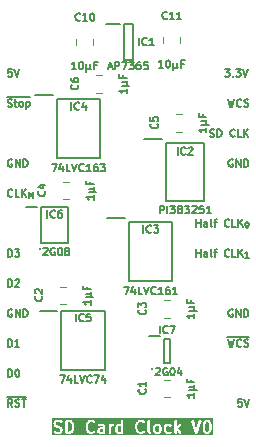
<source format=gto>
%TF.GenerationSoftware,KiCad,Pcbnew,8.0.3*%
%TF.CreationDate,2024-06-30T20:21:57+02:00*%
%TF.ProjectId,SD Card Clock,53442043-6172-4642-9043-6c6f636b2e6b,V0*%
%TF.SameCoordinates,PX54c81a0PY37b6b20*%
%TF.FileFunction,Legend,Top*%
%TF.FilePolarity,Positive*%
%FSLAX46Y46*%
G04 Gerber Fmt 4.6, Leading zero omitted, Abs format (unit mm)*
G04 Created by KiCad (PCBNEW 8.0.3) date 2024-06-30 20:21:57*
%MOMM*%
%LPD*%
G01*
G04 APERTURE LIST*
%ADD10C,0.150000*%
%ADD11C,0.200000*%
%ADD12C,0.120000*%
G04 APERTURE END LIST*
D10*
X1628731Y-28225963D02*
X1417064Y-27923582D01*
X1265874Y-28225963D02*
X1265874Y-27590963D01*
X1265874Y-27590963D02*
X1507779Y-27590963D01*
X1507779Y-27590963D02*
X1568255Y-27621201D01*
X1568255Y-27621201D02*
X1598493Y-27651439D01*
X1598493Y-27651439D02*
X1628731Y-27711915D01*
X1628731Y-27711915D02*
X1628731Y-27802629D01*
X1628731Y-27802629D02*
X1598493Y-27863105D01*
X1598493Y-27863105D02*
X1568255Y-27893344D01*
X1568255Y-27893344D02*
X1507779Y-27923582D01*
X1507779Y-27923582D02*
X1265874Y-27923582D01*
X1870636Y-28195725D02*
X1961350Y-28225963D01*
X1961350Y-28225963D02*
X2112541Y-28225963D01*
X2112541Y-28225963D02*
X2173017Y-28195725D01*
X2173017Y-28195725D02*
X2203255Y-28165486D01*
X2203255Y-28165486D02*
X2233493Y-28105010D01*
X2233493Y-28105010D02*
X2233493Y-28044534D01*
X2233493Y-28044534D02*
X2203255Y-27984058D01*
X2203255Y-27984058D02*
X2173017Y-27953820D01*
X2173017Y-27953820D02*
X2112541Y-27923582D01*
X2112541Y-27923582D02*
X1991588Y-27893344D01*
X1991588Y-27893344D02*
X1931112Y-27863105D01*
X1931112Y-27863105D02*
X1900874Y-27832867D01*
X1900874Y-27832867D02*
X1870636Y-27772391D01*
X1870636Y-27772391D02*
X1870636Y-27711915D01*
X1870636Y-27711915D02*
X1900874Y-27651439D01*
X1900874Y-27651439D02*
X1931112Y-27621201D01*
X1931112Y-27621201D02*
X1991588Y-27590963D01*
X1991588Y-27590963D02*
X2142779Y-27590963D01*
X2142779Y-27590963D02*
X2233493Y-27621201D01*
X2414922Y-27590963D02*
X2777779Y-27590963D01*
X2596350Y-28225963D02*
X2596350Y-27590963D01*
X1178184Y-27414675D02*
X2774756Y-27414675D01*
X1265874Y-25685963D02*
X1265874Y-25050963D01*
X1265874Y-25050963D02*
X1417064Y-25050963D01*
X1417064Y-25050963D02*
X1507779Y-25081201D01*
X1507779Y-25081201D02*
X1568255Y-25141677D01*
X1568255Y-25141677D02*
X1598493Y-25202153D01*
X1598493Y-25202153D02*
X1628731Y-25323105D01*
X1628731Y-25323105D02*
X1628731Y-25413820D01*
X1628731Y-25413820D02*
X1598493Y-25534772D01*
X1598493Y-25534772D02*
X1568255Y-25595248D01*
X1568255Y-25595248D02*
X1507779Y-25655725D01*
X1507779Y-25655725D02*
X1417064Y-25685963D01*
X1417064Y-25685963D02*
X1265874Y-25685963D01*
X2021826Y-25050963D02*
X2082303Y-25050963D01*
X2082303Y-25050963D02*
X2142779Y-25081201D01*
X2142779Y-25081201D02*
X2173017Y-25111439D01*
X2173017Y-25111439D02*
X2203255Y-25171915D01*
X2203255Y-25171915D02*
X2233493Y-25292867D01*
X2233493Y-25292867D02*
X2233493Y-25444058D01*
X2233493Y-25444058D02*
X2203255Y-25565010D01*
X2203255Y-25565010D02*
X2173017Y-25625486D01*
X2173017Y-25625486D02*
X2142779Y-25655725D01*
X2142779Y-25655725D02*
X2082303Y-25685963D01*
X2082303Y-25685963D02*
X2021826Y-25685963D01*
X2021826Y-25685963D02*
X1961350Y-25655725D01*
X1961350Y-25655725D02*
X1931112Y-25625486D01*
X1931112Y-25625486D02*
X1900874Y-25565010D01*
X1900874Y-25565010D02*
X1870636Y-25444058D01*
X1870636Y-25444058D02*
X1870636Y-25292867D01*
X1870636Y-25292867D02*
X1900874Y-25171915D01*
X1900874Y-25171915D02*
X1931112Y-25111439D01*
X1931112Y-25111439D02*
X1961350Y-25081201D01*
X1961350Y-25081201D02*
X2021826Y-25050963D01*
X1265874Y-23145963D02*
X1265874Y-22510963D01*
X1265874Y-22510963D02*
X1417064Y-22510963D01*
X1417064Y-22510963D02*
X1507779Y-22541201D01*
X1507779Y-22541201D02*
X1568255Y-22601677D01*
X1568255Y-22601677D02*
X1598493Y-22662153D01*
X1598493Y-22662153D02*
X1628731Y-22783105D01*
X1628731Y-22783105D02*
X1628731Y-22873820D01*
X1628731Y-22873820D02*
X1598493Y-22994772D01*
X1598493Y-22994772D02*
X1568255Y-23055248D01*
X1568255Y-23055248D02*
X1507779Y-23115725D01*
X1507779Y-23115725D02*
X1417064Y-23145963D01*
X1417064Y-23145963D02*
X1265874Y-23145963D01*
X2233493Y-23145963D02*
X1870636Y-23145963D01*
X2052064Y-23145963D02*
X2052064Y-22510963D01*
X2052064Y-22510963D02*
X1991588Y-22601677D01*
X1991588Y-22601677D02*
X1931112Y-22662153D01*
X1931112Y-22662153D02*
X1870636Y-22692391D01*
X1265874Y-18065963D02*
X1265874Y-17430963D01*
X1265874Y-17430963D02*
X1417064Y-17430963D01*
X1417064Y-17430963D02*
X1507779Y-17461201D01*
X1507779Y-17461201D02*
X1568255Y-17521677D01*
X1568255Y-17521677D02*
X1598493Y-17582153D01*
X1598493Y-17582153D02*
X1628731Y-17703105D01*
X1628731Y-17703105D02*
X1628731Y-17793820D01*
X1628731Y-17793820D02*
X1598493Y-17914772D01*
X1598493Y-17914772D02*
X1568255Y-17975248D01*
X1568255Y-17975248D02*
X1507779Y-18035725D01*
X1507779Y-18035725D02*
X1417064Y-18065963D01*
X1417064Y-18065963D02*
X1265874Y-18065963D01*
X1870636Y-17491439D02*
X1900874Y-17461201D01*
X1900874Y-17461201D02*
X1961350Y-17430963D01*
X1961350Y-17430963D02*
X2112541Y-17430963D01*
X2112541Y-17430963D02*
X2173017Y-17461201D01*
X2173017Y-17461201D02*
X2203255Y-17491439D01*
X2203255Y-17491439D02*
X2233493Y-17551915D01*
X2233493Y-17551915D02*
X2233493Y-17612391D01*
X2233493Y-17612391D02*
X2203255Y-17703105D01*
X2203255Y-17703105D02*
X1840398Y-18065963D01*
X1840398Y-18065963D02*
X2233493Y-18065963D01*
X1265874Y-15525963D02*
X1265874Y-14890963D01*
X1265874Y-14890963D02*
X1417064Y-14890963D01*
X1417064Y-14890963D02*
X1507779Y-14921201D01*
X1507779Y-14921201D02*
X1568255Y-14981677D01*
X1568255Y-14981677D02*
X1598493Y-15042153D01*
X1598493Y-15042153D02*
X1628731Y-15163105D01*
X1628731Y-15163105D02*
X1628731Y-15253820D01*
X1628731Y-15253820D02*
X1598493Y-15374772D01*
X1598493Y-15374772D02*
X1568255Y-15435248D01*
X1568255Y-15435248D02*
X1507779Y-15495725D01*
X1507779Y-15495725D02*
X1417064Y-15525963D01*
X1417064Y-15525963D02*
X1265874Y-15525963D01*
X1840398Y-14890963D02*
X2233493Y-14890963D01*
X2233493Y-14890963D02*
X2021826Y-15132867D01*
X2021826Y-15132867D02*
X2112541Y-15132867D01*
X2112541Y-15132867D02*
X2173017Y-15163105D01*
X2173017Y-15163105D02*
X2203255Y-15193344D01*
X2203255Y-15193344D02*
X2233493Y-15253820D01*
X2233493Y-15253820D02*
X2233493Y-15405010D01*
X2233493Y-15405010D02*
X2203255Y-15465486D01*
X2203255Y-15465486D02*
X2173017Y-15495725D01*
X2173017Y-15495725D02*
X2112541Y-15525963D01*
X2112541Y-15525963D02*
X1931112Y-15525963D01*
X1931112Y-15525963D02*
X1870636Y-15495725D01*
X1870636Y-15495725D02*
X1840398Y-15465486D01*
X1235636Y-2795725D02*
X1326350Y-2825963D01*
X1326350Y-2825963D02*
X1477541Y-2825963D01*
X1477541Y-2825963D02*
X1538017Y-2795725D01*
X1538017Y-2795725D02*
X1568255Y-2765486D01*
X1568255Y-2765486D02*
X1598493Y-2705010D01*
X1598493Y-2705010D02*
X1598493Y-2644534D01*
X1598493Y-2644534D02*
X1568255Y-2584058D01*
X1568255Y-2584058D02*
X1538017Y-2553820D01*
X1538017Y-2553820D02*
X1477541Y-2523582D01*
X1477541Y-2523582D02*
X1356588Y-2493344D01*
X1356588Y-2493344D02*
X1296112Y-2463105D01*
X1296112Y-2463105D02*
X1265874Y-2432867D01*
X1265874Y-2432867D02*
X1235636Y-2372391D01*
X1235636Y-2372391D02*
X1235636Y-2311915D01*
X1235636Y-2311915D02*
X1265874Y-2251439D01*
X1265874Y-2251439D02*
X1296112Y-2221201D01*
X1296112Y-2221201D02*
X1356588Y-2190963D01*
X1356588Y-2190963D02*
X1507779Y-2190963D01*
X1507779Y-2190963D02*
X1598493Y-2221201D01*
X1779922Y-2402629D02*
X2021826Y-2402629D01*
X1870636Y-2190963D02*
X1870636Y-2735248D01*
X1870636Y-2735248D02*
X1900874Y-2795725D01*
X1900874Y-2795725D02*
X1961350Y-2825963D01*
X1961350Y-2825963D02*
X2021826Y-2825963D01*
X2324207Y-2825963D02*
X2263731Y-2795725D01*
X2263731Y-2795725D02*
X2233493Y-2765486D01*
X2233493Y-2765486D02*
X2203255Y-2705010D01*
X2203255Y-2705010D02*
X2203255Y-2523582D01*
X2203255Y-2523582D02*
X2233493Y-2463105D01*
X2233493Y-2463105D02*
X2263731Y-2432867D01*
X2263731Y-2432867D02*
X2324207Y-2402629D01*
X2324207Y-2402629D02*
X2414922Y-2402629D01*
X2414922Y-2402629D02*
X2475398Y-2432867D01*
X2475398Y-2432867D02*
X2505636Y-2463105D01*
X2505636Y-2463105D02*
X2535874Y-2523582D01*
X2535874Y-2523582D02*
X2535874Y-2705010D01*
X2535874Y-2705010D02*
X2505636Y-2765486D01*
X2505636Y-2765486D02*
X2475398Y-2795725D01*
X2475398Y-2795725D02*
X2414922Y-2825963D01*
X2414922Y-2825963D02*
X2324207Y-2825963D01*
X2808017Y-2402629D02*
X2808017Y-3037629D01*
X2808017Y-2432867D02*
X2868493Y-2402629D01*
X2868493Y-2402629D02*
X2989446Y-2402629D01*
X2989446Y-2402629D02*
X3049922Y-2432867D01*
X3049922Y-2432867D02*
X3080160Y-2463105D01*
X3080160Y-2463105D02*
X3110398Y-2523582D01*
X3110398Y-2523582D02*
X3110398Y-2705010D01*
X3110398Y-2705010D02*
X3080160Y-2765486D01*
X3080160Y-2765486D02*
X3049922Y-2795725D01*
X3049922Y-2795725D02*
X2989446Y-2825963D01*
X2989446Y-2825963D02*
X2868493Y-2825963D01*
X2868493Y-2825963D02*
X2808017Y-2795725D01*
X1178184Y-2014675D02*
X3167851Y-2014675D01*
X19870554Y-2190963D02*
X20021744Y-2825963D01*
X20021744Y-2825963D02*
X20142697Y-2372391D01*
X20142697Y-2372391D02*
X20263649Y-2825963D01*
X20263649Y-2825963D02*
X20414840Y-2190963D01*
X21019601Y-2765486D02*
X20989363Y-2795725D01*
X20989363Y-2795725D02*
X20898649Y-2825963D01*
X20898649Y-2825963D02*
X20838173Y-2825963D01*
X20838173Y-2825963D02*
X20747458Y-2795725D01*
X20747458Y-2795725D02*
X20686982Y-2735248D01*
X20686982Y-2735248D02*
X20656744Y-2674772D01*
X20656744Y-2674772D02*
X20626506Y-2553820D01*
X20626506Y-2553820D02*
X20626506Y-2463105D01*
X20626506Y-2463105D02*
X20656744Y-2342153D01*
X20656744Y-2342153D02*
X20686982Y-2281677D01*
X20686982Y-2281677D02*
X20747458Y-2221201D01*
X20747458Y-2221201D02*
X20838173Y-2190963D01*
X20838173Y-2190963D02*
X20898649Y-2190963D01*
X20898649Y-2190963D02*
X20989363Y-2221201D01*
X20989363Y-2221201D02*
X21019601Y-2251439D01*
X21261506Y-2795725D02*
X21352220Y-2825963D01*
X21352220Y-2825963D02*
X21503411Y-2825963D01*
X21503411Y-2825963D02*
X21563887Y-2795725D01*
X21563887Y-2795725D02*
X21594125Y-2765486D01*
X21594125Y-2765486D02*
X21624363Y-2705010D01*
X21624363Y-2705010D02*
X21624363Y-2644534D01*
X21624363Y-2644534D02*
X21594125Y-2584058D01*
X21594125Y-2584058D02*
X21563887Y-2553820D01*
X21563887Y-2553820D02*
X21503411Y-2523582D01*
X21503411Y-2523582D02*
X21382458Y-2493344D01*
X21382458Y-2493344D02*
X21321982Y-2463105D01*
X21321982Y-2463105D02*
X21291744Y-2432867D01*
X21291744Y-2432867D02*
X21261506Y-2372391D01*
X21261506Y-2372391D02*
X21261506Y-2311915D01*
X21261506Y-2311915D02*
X21291744Y-2251439D01*
X21291744Y-2251439D02*
X21321982Y-2221201D01*
X21321982Y-2221201D02*
X21382458Y-2190963D01*
X21382458Y-2190963D02*
X21533649Y-2190963D01*
X21533649Y-2190963D02*
X21624363Y-2221201D01*
X18358648Y-5335725D02*
X18449362Y-5365963D01*
X18449362Y-5365963D02*
X18600553Y-5365963D01*
X18600553Y-5365963D02*
X18661029Y-5335725D01*
X18661029Y-5335725D02*
X18691267Y-5305486D01*
X18691267Y-5305486D02*
X18721505Y-5245010D01*
X18721505Y-5245010D02*
X18721505Y-5184534D01*
X18721505Y-5184534D02*
X18691267Y-5124058D01*
X18691267Y-5124058D02*
X18661029Y-5093820D01*
X18661029Y-5093820D02*
X18600553Y-5063582D01*
X18600553Y-5063582D02*
X18479600Y-5033344D01*
X18479600Y-5033344D02*
X18419124Y-5003105D01*
X18419124Y-5003105D02*
X18388886Y-4972867D01*
X18388886Y-4972867D02*
X18358648Y-4912391D01*
X18358648Y-4912391D02*
X18358648Y-4851915D01*
X18358648Y-4851915D02*
X18388886Y-4791439D01*
X18388886Y-4791439D02*
X18419124Y-4761201D01*
X18419124Y-4761201D02*
X18479600Y-4730963D01*
X18479600Y-4730963D02*
X18630791Y-4730963D01*
X18630791Y-4730963D02*
X18721505Y-4761201D01*
X18993648Y-5365963D02*
X18993648Y-4730963D01*
X18993648Y-4730963D02*
X19144838Y-4730963D01*
X19144838Y-4730963D02*
X19235553Y-4761201D01*
X19235553Y-4761201D02*
X19296029Y-4821677D01*
X19296029Y-4821677D02*
X19326267Y-4882153D01*
X19326267Y-4882153D02*
X19356505Y-5003105D01*
X19356505Y-5003105D02*
X19356505Y-5093820D01*
X19356505Y-5093820D02*
X19326267Y-5214772D01*
X19326267Y-5214772D02*
X19296029Y-5275248D01*
X19296029Y-5275248D02*
X19235553Y-5335725D01*
X19235553Y-5335725D02*
X19144838Y-5365963D01*
X19144838Y-5365963D02*
X18993648Y-5365963D01*
X20475315Y-5305486D02*
X20445077Y-5335725D01*
X20445077Y-5335725D02*
X20354363Y-5365963D01*
X20354363Y-5365963D02*
X20293887Y-5365963D01*
X20293887Y-5365963D02*
X20203172Y-5335725D01*
X20203172Y-5335725D02*
X20142696Y-5275248D01*
X20142696Y-5275248D02*
X20112458Y-5214772D01*
X20112458Y-5214772D02*
X20082220Y-5093820D01*
X20082220Y-5093820D02*
X20082220Y-5003105D01*
X20082220Y-5003105D02*
X20112458Y-4882153D01*
X20112458Y-4882153D02*
X20142696Y-4821677D01*
X20142696Y-4821677D02*
X20203172Y-4761201D01*
X20203172Y-4761201D02*
X20293887Y-4730963D01*
X20293887Y-4730963D02*
X20354363Y-4730963D01*
X20354363Y-4730963D02*
X20445077Y-4761201D01*
X20445077Y-4761201D02*
X20475315Y-4791439D01*
X21049839Y-5365963D02*
X20747458Y-5365963D01*
X20747458Y-5365963D02*
X20747458Y-4730963D01*
X21261506Y-5365963D02*
X21261506Y-4730963D01*
X21624363Y-5365963D02*
X21352220Y-5003105D01*
X21624363Y-4730963D02*
X21261506Y-5093820D01*
X17209600Y-15525963D02*
X17209600Y-14890963D01*
X17209600Y-15193344D02*
X17572457Y-15193344D01*
X17572457Y-15525963D02*
X17572457Y-14890963D01*
X18146981Y-15525963D02*
X18146981Y-15193344D01*
X18146981Y-15193344D02*
X18116743Y-15132867D01*
X18116743Y-15132867D02*
X18056267Y-15102629D01*
X18056267Y-15102629D02*
X17935314Y-15102629D01*
X17935314Y-15102629D02*
X17874838Y-15132867D01*
X18146981Y-15495725D02*
X18086505Y-15525963D01*
X18086505Y-15525963D02*
X17935314Y-15525963D01*
X17935314Y-15525963D02*
X17874838Y-15495725D01*
X17874838Y-15495725D02*
X17844600Y-15435248D01*
X17844600Y-15435248D02*
X17844600Y-15374772D01*
X17844600Y-15374772D02*
X17874838Y-15314296D01*
X17874838Y-15314296D02*
X17935314Y-15284058D01*
X17935314Y-15284058D02*
X18086505Y-15284058D01*
X18086505Y-15284058D02*
X18146981Y-15253820D01*
X18540076Y-15525963D02*
X18479600Y-15495725D01*
X18479600Y-15495725D02*
X18449362Y-15435248D01*
X18449362Y-15435248D02*
X18449362Y-14890963D01*
X18691267Y-15102629D02*
X18933171Y-15102629D01*
X18781981Y-15525963D02*
X18781981Y-14981677D01*
X18781981Y-14981677D02*
X18812219Y-14921201D01*
X18812219Y-14921201D02*
X18872695Y-14890963D01*
X18872695Y-14890963D02*
X18933171Y-14890963D01*
X19991505Y-15465486D02*
X19961267Y-15495725D01*
X19961267Y-15495725D02*
X19870553Y-15525963D01*
X19870553Y-15525963D02*
X19810077Y-15525963D01*
X19810077Y-15525963D02*
X19719362Y-15495725D01*
X19719362Y-15495725D02*
X19658886Y-15435248D01*
X19658886Y-15435248D02*
X19628648Y-15374772D01*
X19628648Y-15374772D02*
X19598410Y-15253820D01*
X19598410Y-15253820D02*
X19598410Y-15163105D01*
X19598410Y-15163105D02*
X19628648Y-15042153D01*
X19628648Y-15042153D02*
X19658886Y-14981677D01*
X19658886Y-14981677D02*
X19719362Y-14921201D01*
X19719362Y-14921201D02*
X19810077Y-14890963D01*
X19810077Y-14890963D02*
X19870553Y-14890963D01*
X19870553Y-14890963D02*
X19961267Y-14921201D01*
X19961267Y-14921201D02*
X19991505Y-14951439D01*
X20566029Y-15525963D02*
X20263648Y-15525963D01*
X20263648Y-15525963D02*
X20263648Y-14890963D01*
X20777696Y-15525963D02*
X20777696Y-14890963D01*
X21140553Y-15525963D02*
X20868410Y-15163105D01*
X21140553Y-14890963D02*
X20777696Y-15253820D01*
X21648553Y-15596115D02*
X21358267Y-15596115D01*
X21503410Y-15596115D02*
X21503410Y-15088115D01*
X21503410Y-15088115D02*
X21455029Y-15160686D01*
X21455029Y-15160686D02*
X21406648Y-15209067D01*
X21406648Y-15209067D02*
X21358267Y-15233258D01*
X17209600Y-12985963D02*
X17209600Y-12350963D01*
X17209600Y-12653344D02*
X17572457Y-12653344D01*
X17572457Y-12985963D02*
X17572457Y-12350963D01*
X18146981Y-12985963D02*
X18146981Y-12653344D01*
X18146981Y-12653344D02*
X18116743Y-12592867D01*
X18116743Y-12592867D02*
X18056267Y-12562629D01*
X18056267Y-12562629D02*
X17935314Y-12562629D01*
X17935314Y-12562629D02*
X17874838Y-12592867D01*
X18146981Y-12955725D02*
X18086505Y-12985963D01*
X18086505Y-12985963D02*
X17935314Y-12985963D01*
X17935314Y-12985963D02*
X17874838Y-12955725D01*
X17874838Y-12955725D02*
X17844600Y-12895248D01*
X17844600Y-12895248D02*
X17844600Y-12834772D01*
X17844600Y-12834772D02*
X17874838Y-12774296D01*
X17874838Y-12774296D02*
X17935314Y-12744058D01*
X17935314Y-12744058D02*
X18086505Y-12744058D01*
X18086505Y-12744058D02*
X18146981Y-12713820D01*
X18540076Y-12985963D02*
X18479600Y-12955725D01*
X18479600Y-12955725D02*
X18449362Y-12895248D01*
X18449362Y-12895248D02*
X18449362Y-12350963D01*
X18691267Y-12562629D02*
X18933171Y-12562629D01*
X18781981Y-12985963D02*
X18781981Y-12441677D01*
X18781981Y-12441677D02*
X18812219Y-12381201D01*
X18812219Y-12381201D02*
X18872695Y-12350963D01*
X18872695Y-12350963D02*
X18933171Y-12350963D01*
X19991505Y-12925486D02*
X19961267Y-12955725D01*
X19961267Y-12955725D02*
X19870553Y-12985963D01*
X19870553Y-12985963D02*
X19810077Y-12985963D01*
X19810077Y-12985963D02*
X19719362Y-12955725D01*
X19719362Y-12955725D02*
X19658886Y-12895248D01*
X19658886Y-12895248D02*
X19628648Y-12834772D01*
X19628648Y-12834772D02*
X19598410Y-12713820D01*
X19598410Y-12713820D02*
X19598410Y-12623105D01*
X19598410Y-12623105D02*
X19628648Y-12502153D01*
X19628648Y-12502153D02*
X19658886Y-12441677D01*
X19658886Y-12441677D02*
X19719362Y-12381201D01*
X19719362Y-12381201D02*
X19810077Y-12350963D01*
X19810077Y-12350963D02*
X19870553Y-12350963D01*
X19870553Y-12350963D02*
X19961267Y-12381201D01*
X19961267Y-12381201D02*
X19991505Y-12411439D01*
X20566029Y-12985963D02*
X20263648Y-12985963D01*
X20263648Y-12985963D02*
X20263648Y-12350963D01*
X20777696Y-12985963D02*
X20777696Y-12350963D01*
X21140553Y-12985963D02*
X20868410Y-12623105D01*
X21140553Y-12350963D02*
X20777696Y-12713820D01*
X21479220Y-12548115D02*
X21527601Y-12548115D01*
X21527601Y-12548115D02*
X21575982Y-12572305D01*
X21575982Y-12572305D02*
X21600172Y-12596496D01*
X21600172Y-12596496D02*
X21624363Y-12644877D01*
X21624363Y-12644877D02*
X21648553Y-12741639D01*
X21648553Y-12741639D02*
X21648553Y-12862591D01*
X21648553Y-12862591D02*
X21624363Y-12959353D01*
X21624363Y-12959353D02*
X21600172Y-13007734D01*
X21600172Y-13007734D02*
X21575982Y-13031925D01*
X21575982Y-13031925D02*
X21527601Y-13056115D01*
X21527601Y-13056115D02*
X21479220Y-13056115D01*
X21479220Y-13056115D02*
X21430839Y-13031925D01*
X21430839Y-13031925D02*
X21406648Y-13007734D01*
X21406648Y-13007734D02*
X21382458Y-12959353D01*
X21382458Y-12959353D02*
X21358267Y-12862591D01*
X21358267Y-12862591D02*
X21358267Y-12741639D01*
X21358267Y-12741639D02*
X21382458Y-12644877D01*
X21382458Y-12644877D02*
X21406648Y-12596496D01*
X21406648Y-12596496D02*
X21430839Y-12572305D01*
X21430839Y-12572305D02*
X21479220Y-12548115D01*
X1568255Y349037D02*
X1265874Y349037D01*
X1265874Y349037D02*
X1235636Y46656D01*
X1235636Y46656D02*
X1265874Y76895D01*
X1265874Y76895D02*
X1326350Y107133D01*
X1326350Y107133D02*
X1477541Y107133D01*
X1477541Y107133D02*
X1538017Y76895D01*
X1538017Y76895D02*
X1568255Y46656D01*
X1568255Y46656D02*
X1598493Y-13820D01*
X1598493Y-13820D02*
X1598493Y-165010D01*
X1598493Y-165010D02*
X1568255Y-225486D01*
X1568255Y-225486D02*
X1538017Y-255725D01*
X1538017Y-255725D02*
X1477541Y-285963D01*
X1477541Y-285963D02*
X1326350Y-285963D01*
X1326350Y-285963D02*
X1265874Y-255725D01*
X1265874Y-255725D02*
X1235636Y-225486D01*
X1779922Y349037D02*
X1991588Y-285963D01*
X1991588Y-285963D02*
X2203255Y349037D01*
X1598493Y-20001201D02*
X1538017Y-19970963D01*
X1538017Y-19970963D02*
X1447303Y-19970963D01*
X1447303Y-19970963D02*
X1356588Y-20001201D01*
X1356588Y-20001201D02*
X1296112Y-20061677D01*
X1296112Y-20061677D02*
X1265874Y-20122153D01*
X1265874Y-20122153D02*
X1235636Y-20243105D01*
X1235636Y-20243105D02*
X1235636Y-20333820D01*
X1235636Y-20333820D02*
X1265874Y-20454772D01*
X1265874Y-20454772D02*
X1296112Y-20515248D01*
X1296112Y-20515248D02*
X1356588Y-20575725D01*
X1356588Y-20575725D02*
X1447303Y-20605963D01*
X1447303Y-20605963D02*
X1507779Y-20605963D01*
X1507779Y-20605963D02*
X1598493Y-20575725D01*
X1598493Y-20575725D02*
X1628731Y-20545486D01*
X1628731Y-20545486D02*
X1628731Y-20333820D01*
X1628731Y-20333820D02*
X1507779Y-20333820D01*
X1900874Y-20605963D02*
X1900874Y-19970963D01*
X1900874Y-19970963D02*
X2263731Y-20605963D01*
X2263731Y-20605963D02*
X2263731Y-19970963D01*
X2566112Y-20605963D02*
X2566112Y-19970963D01*
X2566112Y-19970963D02*
X2717302Y-19970963D01*
X2717302Y-19970963D02*
X2808017Y-20001201D01*
X2808017Y-20001201D02*
X2868493Y-20061677D01*
X2868493Y-20061677D02*
X2898731Y-20122153D01*
X2898731Y-20122153D02*
X2928969Y-20243105D01*
X2928969Y-20243105D02*
X2928969Y-20333820D01*
X2928969Y-20333820D02*
X2898731Y-20454772D01*
X2898731Y-20454772D02*
X2868493Y-20515248D01*
X2868493Y-20515248D02*
X2808017Y-20575725D01*
X2808017Y-20575725D02*
X2717302Y-20605963D01*
X2717302Y-20605963D02*
X2566112Y-20605963D01*
X20293887Y-20001201D02*
X20233411Y-19970963D01*
X20233411Y-19970963D02*
X20142697Y-19970963D01*
X20142697Y-19970963D02*
X20051982Y-20001201D01*
X20051982Y-20001201D02*
X19991506Y-20061677D01*
X19991506Y-20061677D02*
X19961268Y-20122153D01*
X19961268Y-20122153D02*
X19931030Y-20243105D01*
X19931030Y-20243105D02*
X19931030Y-20333820D01*
X19931030Y-20333820D02*
X19961268Y-20454772D01*
X19961268Y-20454772D02*
X19991506Y-20515248D01*
X19991506Y-20515248D02*
X20051982Y-20575725D01*
X20051982Y-20575725D02*
X20142697Y-20605963D01*
X20142697Y-20605963D02*
X20203173Y-20605963D01*
X20203173Y-20605963D02*
X20293887Y-20575725D01*
X20293887Y-20575725D02*
X20324125Y-20545486D01*
X20324125Y-20545486D02*
X20324125Y-20333820D01*
X20324125Y-20333820D02*
X20203173Y-20333820D01*
X20596268Y-20605963D02*
X20596268Y-19970963D01*
X20596268Y-19970963D02*
X20959125Y-20605963D01*
X20959125Y-20605963D02*
X20959125Y-19970963D01*
X21261506Y-20605963D02*
X21261506Y-19970963D01*
X21261506Y-19970963D02*
X21412696Y-19970963D01*
X21412696Y-19970963D02*
X21503411Y-20001201D01*
X21503411Y-20001201D02*
X21563887Y-20061677D01*
X21563887Y-20061677D02*
X21594125Y-20122153D01*
X21594125Y-20122153D02*
X21624363Y-20243105D01*
X21624363Y-20243105D02*
X21624363Y-20333820D01*
X21624363Y-20333820D02*
X21594125Y-20454772D01*
X21594125Y-20454772D02*
X21563887Y-20515248D01*
X21563887Y-20515248D02*
X21503411Y-20575725D01*
X21503411Y-20575725D02*
X21412696Y-20605963D01*
X21412696Y-20605963D02*
X21261506Y-20605963D01*
D11*
G36*
X6541020Y-29557198D02*
G01*
X6608161Y-29622685D01*
X6643781Y-29691289D01*
X6687260Y-29858856D01*
X6688666Y-29977664D01*
X6648426Y-30144936D01*
X6612504Y-30219606D01*
X6545195Y-30288614D01*
X6442013Y-30324307D01*
X6315574Y-30325250D01*
X6314063Y-29523485D01*
X6433175Y-29522597D01*
X6541020Y-29557198D01*
G37*
G36*
X9298492Y-30142481D02*
G01*
X9307090Y-30141869D01*
X9307703Y-30315096D01*
X9289829Y-30324376D01*
X9098967Y-30325800D01*
X9052295Y-30303346D01*
X9029686Y-30259801D01*
X9028874Y-30211336D01*
X9050919Y-30165513D01*
X9094072Y-30143108D01*
X9295859Y-30141603D01*
X9298492Y-30142481D01*
G37*
G36*
X10830880Y-29866619D02*
G01*
X10831725Y-30314986D01*
X10813568Y-30324413D01*
X10670239Y-30325724D01*
X10610496Y-30296983D01*
X10584722Y-30272324D01*
X10553724Y-30212620D01*
X10552223Y-29974200D01*
X10581091Y-29914193D01*
X10605753Y-29888416D01*
X10665572Y-29857357D01*
X10808902Y-29856046D01*
X10830880Y-29866619D01*
G37*
G36*
X14011501Y-29884786D02*
G01*
X14037278Y-29909448D01*
X14068275Y-29969148D01*
X14069776Y-30207569D01*
X14040908Y-30267576D01*
X14016246Y-30293354D01*
X13956314Y-30324471D01*
X13860468Y-30325605D01*
X13800973Y-30296983D01*
X13775199Y-30272324D01*
X13744201Y-30212620D01*
X13742700Y-29974200D01*
X13771568Y-29914193D01*
X13796230Y-29888416D01*
X13856161Y-29857299D01*
X13952008Y-29856165D01*
X14011501Y-29884786D01*
G37*
G36*
X18201978Y-29551453D02*
G01*
X18227755Y-29576115D01*
X18262831Y-29643670D01*
X18306283Y-29811131D01*
X18307875Y-30024622D01*
X18267476Y-30192555D01*
X18231385Y-30267576D01*
X18206723Y-30293354D01*
X18146583Y-30324579D01*
X18098119Y-30325391D01*
X18039069Y-30296983D01*
X18013295Y-30272324D01*
X17978218Y-30204764D01*
X17934766Y-30037305D01*
X17933174Y-29823815D01*
X17973573Y-29655881D01*
X18009664Y-29580860D01*
X18034326Y-29555083D01*
X18094465Y-29523858D01*
X18142930Y-29523046D01*
X18201978Y-29551453D01*
G37*
G36*
X18617350Y-30635330D02*
G01*
X5004650Y-30635330D01*
X5004650Y-29614695D01*
X5115761Y-29614695D01*
X5117117Y-29695712D01*
X5116546Y-29697426D01*
X5117330Y-29708470D01*
X5117682Y-29729442D01*
X5119057Y-29732762D01*
X5119312Y-29736346D01*
X5126318Y-29754654D01*
X5175658Y-29849683D01*
X5180233Y-29860728D01*
X5183389Y-29864574D01*
X5184380Y-29866482D01*
X5186374Y-29868211D01*
X5192669Y-29875882D01*
X5242771Y-29923815D01*
X5249687Y-29931790D01*
X5253836Y-29934401D01*
X5255441Y-29935937D01*
X5257881Y-29936947D01*
X5266278Y-29942233D01*
X5356549Y-29985661D01*
X5363523Y-29990828D01*
X5378157Y-29996056D01*
X5379824Y-29996858D01*
X5380544Y-29996909D01*
X5381983Y-29997423D01*
X5555526Y-30039171D01*
X5630547Y-30075262D01*
X5656324Y-30099924D01*
X5687549Y-30160063D01*
X5688361Y-30208528D01*
X5659954Y-30267576D01*
X5635292Y-30293354D01*
X5575543Y-30324376D01*
X5379297Y-30325840D01*
X5228268Y-30277385D01*
X5189348Y-30280151D01*
X5154449Y-30297601D01*
X5128884Y-30327077D01*
X5116546Y-30364093D01*
X5119312Y-30403013D01*
X5136762Y-30437912D01*
X5166238Y-30463477D01*
X5184138Y-30471468D01*
X5327222Y-30517374D01*
X5339109Y-30522298D01*
X5344101Y-30522789D01*
X5346110Y-30523434D01*
X5348744Y-30523246D01*
X5358618Y-30524219D01*
X5581573Y-30522556D01*
X5584206Y-30523434D01*
X5598311Y-30522431D01*
X5616222Y-30522298D01*
X5619542Y-30520922D01*
X5623126Y-30520668D01*
X5641434Y-30513662D01*
X5736462Y-30464322D01*
X5747509Y-30459747D01*
X5751355Y-30456589D01*
X5753262Y-30455600D01*
X5754992Y-30453605D01*
X5762662Y-30447310D01*
X5810595Y-30397207D01*
X5818570Y-30390292D01*
X5821181Y-30386142D01*
X5822718Y-30384537D01*
X5823729Y-30382095D01*
X5829013Y-30373701D01*
X5868951Y-30290683D01*
X5870336Y-30289299D01*
X5874788Y-30278549D01*
X5883638Y-30260155D01*
X5883892Y-30256571D01*
X5885268Y-30253251D01*
X5887189Y-30233742D01*
X5885832Y-30152724D01*
X5886404Y-30151011D01*
X5885619Y-30139966D01*
X5885268Y-30118995D01*
X5883892Y-30115674D01*
X5883638Y-30112091D01*
X5876632Y-30093782D01*
X5827289Y-29998748D01*
X5822717Y-29987708D01*
X5819561Y-29983862D01*
X5818570Y-29981954D01*
X5816572Y-29980221D01*
X5810280Y-29972555D01*
X5760179Y-29924623D01*
X5753262Y-29916647D01*
X5749112Y-29914034D01*
X5747508Y-29912500D01*
X5745068Y-29911489D01*
X5736672Y-29906204D01*
X5646400Y-29862775D01*
X5639427Y-29857609D01*
X5624794Y-29852381D01*
X5623126Y-29851579D01*
X5622403Y-29851527D01*
X5620966Y-29851014D01*
X5447423Y-29809265D01*
X5372400Y-29773173D01*
X5346627Y-29748515D01*
X5315400Y-29688372D01*
X5314588Y-29639908D01*
X5342995Y-29580860D01*
X5367657Y-29555083D01*
X5427405Y-29524061D01*
X5623651Y-29522597D01*
X5774681Y-29571053D01*
X5813601Y-29568287D01*
X5848500Y-29550837D01*
X5874065Y-29521361D01*
X5886404Y-29484345D01*
X5883637Y-29445425D01*
X5873034Y-29424219D01*
X6115761Y-29424219D01*
X6117682Y-30443728D01*
X6132614Y-30479776D01*
X6160204Y-30507366D01*
X6196252Y-30522298D01*
X6215761Y-30524219D01*
X6452561Y-30522453D01*
X6466363Y-30523434D01*
X6471290Y-30522313D01*
X6473365Y-30522298D01*
X6475807Y-30521286D01*
X6485479Y-30519087D01*
X6613856Y-30474678D01*
X6616223Y-30474678D01*
X6628215Y-30469710D01*
X6646236Y-30463477D01*
X6648951Y-30461122D01*
X6652271Y-30459747D01*
X6667424Y-30447310D01*
X6761441Y-30350920D01*
X6770951Y-30342673D01*
X6773617Y-30338437D01*
X6775099Y-30336918D01*
X6776110Y-30334476D01*
X6781394Y-30326082D01*
X6824822Y-30235810D01*
X6829989Y-30228837D01*
X6835217Y-30214202D01*
X6836019Y-30212536D01*
X6836070Y-30211815D01*
X6836584Y-30210377D01*
X6881163Y-30025064D01*
X6885268Y-30015156D01*
X6886460Y-30003046D01*
X6887071Y-30000508D01*
X6886853Y-29999049D01*
X6887189Y-29995647D01*
X6885561Y-29858073D01*
X6886347Y-29852790D01*
X7830047Y-29852790D01*
X7831674Y-29990363D01*
X7830165Y-30000508D01*
X7831936Y-30012486D01*
X7831968Y-30015156D01*
X7832532Y-30016519D01*
X7833033Y-30019901D01*
X7880537Y-30202980D01*
X7881217Y-30212536D01*
X7886808Y-30227148D01*
X7887247Y-30228837D01*
X7887677Y-30229417D01*
X7888223Y-30230844D01*
X7937559Y-30325866D01*
X7942137Y-30336918D01*
X7945295Y-30340766D01*
X7946285Y-30342672D01*
X7948279Y-30344401D01*
X7954574Y-30352071D01*
X8040519Y-30435902D01*
X8041524Y-30437912D01*
X8051048Y-30446172D01*
X8064965Y-30459747D01*
X8068284Y-30461122D01*
X8071000Y-30463477D01*
X8088900Y-30471468D01*
X8231984Y-30517374D01*
X8243871Y-30522298D01*
X8248863Y-30522789D01*
X8250872Y-30523434D01*
X8253506Y-30523246D01*
X8263380Y-30524219D01*
X8359522Y-30522609D01*
X8371125Y-30523434D01*
X8375961Y-30522334D01*
X8378127Y-30522298D01*
X8380569Y-30521286D01*
X8390241Y-30519087D01*
X8518618Y-30474678D01*
X8520985Y-30474678D01*
X8532977Y-30469710D01*
X8550998Y-30463477D01*
X8553713Y-30461122D01*
X8557033Y-30459747D01*
X8572186Y-30447310D01*
X8632242Y-30384537D01*
X8647173Y-30348488D01*
X8647172Y-30309470D01*
X8632241Y-30273422D01*
X8604650Y-30245832D01*
X8568602Y-30230901D01*
X8529584Y-30230902D01*
X8493536Y-30245833D01*
X8478382Y-30258270D01*
X8449052Y-30288927D01*
X8346441Y-30324422D01*
X8282954Y-30325485D01*
X8176214Y-30291240D01*
X8109075Y-30225752D01*
X8088499Y-30186123D01*
X8830047Y-30186123D01*
X8831403Y-30267139D01*
X8830832Y-30268853D01*
X8831616Y-30279897D01*
X8831968Y-30300870D01*
X8833343Y-30304190D01*
X8833598Y-30307773D01*
X8840604Y-30326082D01*
X8887641Y-30416677D01*
X8890790Y-30426123D01*
X8895164Y-30431167D01*
X8898666Y-30437911D01*
X8908137Y-30446125D01*
X8916354Y-30455600D01*
X8926224Y-30461812D01*
X8928142Y-30463476D01*
X8929682Y-30463989D01*
X8932945Y-30466043D01*
X9015962Y-30505981D01*
X9017347Y-30507366D01*
X9028096Y-30511818D01*
X9046491Y-30520668D01*
X9050074Y-30520922D01*
X9053395Y-30522298D01*
X9072904Y-30524219D01*
X9295859Y-30522556D01*
X9298492Y-30523434D01*
X9312597Y-30522431D01*
X9330508Y-30522298D01*
X9333828Y-30520922D01*
X9337412Y-30520668D01*
X9355720Y-30513662D01*
X9360228Y-30511321D01*
X9386728Y-30522298D01*
X9425746Y-30522298D01*
X9461794Y-30507366D01*
X9489384Y-30479776D01*
X9504316Y-30443728D01*
X9506237Y-30424219D01*
X9504773Y-30010187D01*
X9505451Y-30008154D01*
X9504730Y-29998005D01*
X9504439Y-29915952D01*
X9505452Y-29912916D01*
X9504375Y-29897770D01*
X9504316Y-29880900D01*
X9502940Y-29877579D01*
X9502686Y-29873996D01*
X9495680Y-29855687D01*
X9448640Y-29765089D01*
X9446128Y-29757552D01*
X9782428Y-29757552D01*
X9784349Y-30443728D01*
X9799281Y-30479776D01*
X9826871Y-30507366D01*
X9862919Y-30522298D01*
X9901937Y-30522298D01*
X9937985Y-30507366D01*
X9965575Y-30479776D01*
X9980507Y-30443728D01*
X9982428Y-30424219D01*
X9981165Y-29973428D01*
X9993385Y-29948028D01*
X10353857Y-29948028D01*
X10355559Y-30218483D01*
X10354642Y-30221235D01*
X10355667Y-30235661D01*
X10355778Y-30253251D01*
X10357153Y-30256571D01*
X10357408Y-30260155D01*
X10364414Y-30278463D01*
X10413751Y-30373487D01*
X10418328Y-30384537D01*
X10421486Y-30388385D01*
X10422476Y-30390291D01*
X10424470Y-30392020D01*
X10430765Y-30399690D01*
X10480865Y-30447623D01*
X10487783Y-30455600D01*
X10491932Y-30458211D01*
X10493537Y-30459747D01*
X10495977Y-30460757D01*
X10504374Y-30466043D01*
X10587391Y-30505981D01*
X10588776Y-30507366D01*
X10599525Y-30511818D01*
X10617920Y-30520668D01*
X10621503Y-30520922D01*
X10624824Y-30522298D01*
X10644333Y-30524219D01*
X10819840Y-30522613D01*
X10822302Y-30523434D01*
X10835917Y-30522466D01*
X10854318Y-30522298D01*
X10857638Y-30520922D01*
X10861222Y-30520668D01*
X10879530Y-30513662D01*
X10884038Y-30511321D01*
X10910538Y-30522298D01*
X10949556Y-30522298D01*
X10985604Y-30507366D01*
X11013194Y-30479776D01*
X11028126Y-30443728D01*
X11030047Y-30424219D01*
X11028970Y-29852790D01*
X12020524Y-29852790D01*
X12022151Y-29990363D01*
X12020642Y-30000508D01*
X12022413Y-30012486D01*
X12022445Y-30015156D01*
X12023009Y-30016519D01*
X12023510Y-30019901D01*
X12071014Y-30202980D01*
X12071694Y-30212536D01*
X12077285Y-30227148D01*
X12077724Y-30228837D01*
X12078154Y-30229417D01*
X12078700Y-30230844D01*
X12128036Y-30325866D01*
X12132614Y-30336918D01*
X12135772Y-30340766D01*
X12136762Y-30342672D01*
X12138756Y-30344401D01*
X12145051Y-30352071D01*
X12230996Y-30435902D01*
X12232001Y-30437912D01*
X12241525Y-30446172D01*
X12255442Y-30459747D01*
X12258761Y-30461122D01*
X12261477Y-30463477D01*
X12279377Y-30471468D01*
X12422461Y-30517374D01*
X12434348Y-30522298D01*
X12439340Y-30522789D01*
X12441349Y-30523434D01*
X12443983Y-30523246D01*
X12453857Y-30524219D01*
X12549999Y-30522609D01*
X12561602Y-30523434D01*
X12566438Y-30522334D01*
X12568604Y-30522298D01*
X12571046Y-30521286D01*
X12580718Y-30519087D01*
X12709095Y-30474678D01*
X12711462Y-30474678D01*
X12723454Y-30469710D01*
X12741475Y-30463477D01*
X12744190Y-30461122D01*
X12747510Y-30459747D01*
X12762663Y-30447310D01*
X12822719Y-30384537D01*
X12837650Y-30348488D01*
X12837649Y-30309470D01*
X12822718Y-30273422D01*
X12795127Y-30245832D01*
X12759079Y-30230901D01*
X12720061Y-30230902D01*
X12684013Y-30245833D01*
X12668859Y-30258270D01*
X12639529Y-30288927D01*
X12536918Y-30324422D01*
X12473431Y-30325485D01*
X12366691Y-30291240D01*
X12299552Y-30225752D01*
X12263931Y-30157145D01*
X12220452Y-29989580D01*
X12219046Y-29870773D01*
X12259286Y-29703500D01*
X12295208Y-29628830D01*
X12362515Y-29559824D01*
X12466033Y-29524015D01*
X12529519Y-29522952D01*
X12636700Y-29557339D01*
X12684013Y-29602604D01*
X12720062Y-29617535D01*
X12759080Y-29617535D01*
X12795128Y-29602604D01*
X12822718Y-29575014D01*
X12837649Y-29538966D01*
X12837649Y-29499948D01*
X12822718Y-29463899D01*
X12810281Y-29448746D01*
X12784644Y-29424219D01*
X13068143Y-29424219D01*
X13069986Y-30265676D01*
X13068928Y-30268853D01*
X13070027Y-30284327D01*
X13070064Y-30300870D01*
X13071439Y-30304190D01*
X13071694Y-30307773D01*
X13078700Y-30326082D01*
X13125737Y-30416677D01*
X13128886Y-30426123D01*
X13133260Y-30431167D01*
X13136762Y-30437911D01*
X13146233Y-30446125D01*
X13154450Y-30455600D01*
X13164320Y-30461812D01*
X13166238Y-30463476D01*
X13167778Y-30463989D01*
X13171041Y-30466043D01*
X13284587Y-30520668D01*
X13323507Y-30523434D01*
X13360523Y-30511095D01*
X13390000Y-30485530D01*
X13407449Y-30450632D01*
X13410214Y-30411712D01*
X13397876Y-30374696D01*
X13372311Y-30345219D01*
X13355721Y-30334776D01*
X13290391Y-30303346D01*
X13268097Y-30260408D01*
X13267413Y-29948028D01*
X13544334Y-29948028D01*
X13546036Y-30218483D01*
X13545119Y-30221235D01*
X13546144Y-30235661D01*
X13546255Y-30253251D01*
X13547630Y-30256571D01*
X13547885Y-30260155D01*
X13554891Y-30278463D01*
X13604228Y-30373487D01*
X13608805Y-30384537D01*
X13611963Y-30388385D01*
X13612953Y-30390291D01*
X13614947Y-30392020D01*
X13621242Y-30399690D01*
X13671342Y-30447623D01*
X13678260Y-30455600D01*
X13682409Y-30458211D01*
X13684014Y-30459747D01*
X13686454Y-30460757D01*
X13694851Y-30466043D01*
X13777868Y-30505981D01*
X13779253Y-30507366D01*
X13790002Y-30511818D01*
X13808397Y-30520668D01*
X13811980Y-30520922D01*
X13815301Y-30522298D01*
X13834810Y-30524219D01*
X13962966Y-30522702D01*
X13965160Y-30523434D01*
X13977942Y-30522525D01*
X13997176Y-30522298D01*
X14000496Y-30520922D01*
X14004080Y-30520668D01*
X14022388Y-30513662D01*
X14117416Y-30464322D01*
X14128463Y-30459747D01*
X14132309Y-30456589D01*
X14134216Y-30455600D01*
X14135946Y-30453605D01*
X14143616Y-30447310D01*
X14191549Y-30397207D01*
X14199524Y-30390292D01*
X14202135Y-30386142D01*
X14203672Y-30384537D01*
X14204683Y-30382095D01*
X14209967Y-30373701D01*
X14249905Y-30290683D01*
X14251290Y-30289299D01*
X14255742Y-30278549D01*
X14264592Y-30260155D01*
X14264846Y-30256571D01*
X14266222Y-30253251D01*
X14268143Y-30233742D01*
X14266440Y-29963286D01*
X14267358Y-29960535D01*
X14266469Y-29948028D01*
X14449096Y-29948028D01*
X14450798Y-30218483D01*
X14449881Y-30221235D01*
X14450906Y-30235661D01*
X14451017Y-30253251D01*
X14452392Y-30256571D01*
X14452647Y-30260155D01*
X14459653Y-30278463D01*
X14508990Y-30373487D01*
X14513567Y-30384537D01*
X14516725Y-30388385D01*
X14517715Y-30390291D01*
X14519709Y-30392020D01*
X14526004Y-30399690D01*
X14576104Y-30447623D01*
X14583022Y-30455600D01*
X14587171Y-30458211D01*
X14588776Y-30459747D01*
X14591216Y-30460757D01*
X14599613Y-30466043D01*
X14682630Y-30505981D01*
X14684015Y-30507366D01*
X14694764Y-30511818D01*
X14713159Y-30520668D01*
X14716742Y-30520922D01*
X14720063Y-30522298D01*
X14739572Y-30524219D01*
X14915079Y-30522613D01*
X14917541Y-30523434D01*
X14931156Y-30522466D01*
X14949557Y-30522298D01*
X14952877Y-30520922D01*
X14956461Y-30520668D01*
X14974769Y-30513662D01*
X15086597Y-30455600D01*
X15112162Y-30426123D01*
X15124500Y-30389107D01*
X15121735Y-30350187D01*
X15104286Y-30315289D01*
X15074809Y-30289724D01*
X15037793Y-30277385D01*
X14998873Y-30280151D01*
X14980564Y-30287157D01*
X14908807Y-30324413D01*
X14765478Y-30325724D01*
X14705735Y-30296983D01*
X14679961Y-30272324D01*
X14648963Y-30212620D01*
X14647462Y-29974200D01*
X14676330Y-29914193D01*
X14700992Y-29888416D01*
X14760811Y-29857357D01*
X14904141Y-29856046D01*
X14998873Y-29901620D01*
X15037793Y-29904386D01*
X15074809Y-29892047D01*
X15104286Y-29866482D01*
X15121735Y-29831584D01*
X15124500Y-29792664D01*
X15112162Y-29755648D01*
X15086597Y-29726171D01*
X15070007Y-29715728D01*
X14986989Y-29675789D01*
X14985605Y-29674405D01*
X14974855Y-29669952D01*
X14956461Y-29661103D01*
X14952877Y-29660848D01*
X14949557Y-29659473D01*
X14930048Y-29657552D01*
X14754540Y-29659157D01*
X14752079Y-29658337D01*
X14738463Y-29659304D01*
X14720063Y-29659473D01*
X14716742Y-29660848D01*
X14713159Y-29661103D01*
X14694850Y-29668109D01*
X14599816Y-29717451D01*
X14588776Y-29722024D01*
X14584930Y-29725179D01*
X14583022Y-29726171D01*
X14581289Y-29728168D01*
X14573623Y-29734461D01*
X14525691Y-29784561D01*
X14517715Y-29791479D01*
X14515102Y-29795628D01*
X14513568Y-29797233D01*
X14512557Y-29799672D01*
X14507272Y-29808069D01*
X14467333Y-29891086D01*
X14465949Y-29892471D01*
X14461496Y-29903220D01*
X14452647Y-29921615D01*
X14452392Y-29925198D01*
X14451017Y-29928519D01*
X14449096Y-29948028D01*
X14266469Y-29948028D01*
X14266332Y-29946108D01*
X14266222Y-29928519D01*
X14264846Y-29925198D01*
X14264592Y-29921615D01*
X14257586Y-29903306D01*
X14208243Y-29808272D01*
X14203671Y-29797232D01*
X14200515Y-29793386D01*
X14199524Y-29791478D01*
X14197526Y-29789745D01*
X14191234Y-29782079D01*
X14141133Y-29734147D01*
X14134216Y-29726171D01*
X14130066Y-29723558D01*
X14128462Y-29722024D01*
X14126022Y-29721013D01*
X14117626Y-29715728D01*
X14034608Y-29675789D01*
X14033224Y-29674405D01*
X14022474Y-29669952D01*
X14004080Y-29661103D01*
X14000496Y-29660848D01*
X13997176Y-29659473D01*
X13977667Y-29657552D01*
X13849510Y-29659068D01*
X13847317Y-29658337D01*
X13834534Y-29659245D01*
X13815301Y-29659473D01*
X13811980Y-29660848D01*
X13808397Y-29661103D01*
X13790088Y-29668109D01*
X13695054Y-29717451D01*
X13684014Y-29722024D01*
X13680168Y-29725179D01*
X13678260Y-29726171D01*
X13676527Y-29728168D01*
X13668861Y-29734461D01*
X13620929Y-29784561D01*
X13612953Y-29791479D01*
X13610340Y-29795628D01*
X13608806Y-29797233D01*
X13607795Y-29799672D01*
X13602510Y-29808069D01*
X13562571Y-29891086D01*
X13561187Y-29892471D01*
X13556734Y-29903220D01*
X13547885Y-29921615D01*
X13547630Y-29925198D01*
X13546255Y-29928519D01*
X13544334Y-29948028D01*
X13267413Y-29948028D01*
X13266265Y-29424219D01*
X15353858Y-29424219D01*
X15355779Y-30443728D01*
X15370711Y-30479776D01*
X15398301Y-30507366D01*
X15434349Y-30522298D01*
X15473367Y-30522298D01*
X15509415Y-30507366D01*
X15537005Y-30479776D01*
X15551937Y-30443728D01*
X15553858Y-30424219D01*
X15553463Y-30214852D01*
X15768052Y-30498674D01*
X15801627Y-30518553D01*
X15840253Y-30524071D01*
X15878050Y-30514388D01*
X15909265Y-30490977D01*
X15929144Y-30457403D01*
X15934662Y-30418777D01*
X15924979Y-30380979D01*
X15914810Y-30364219D01*
X15679595Y-30053117D01*
X15917957Y-29813110D01*
X15932888Y-29777061D01*
X15932888Y-29738043D01*
X15917957Y-29701995D01*
X15890367Y-29674405D01*
X15854319Y-29659474D01*
X15815301Y-29659474D01*
X15779252Y-29674405D01*
X15764099Y-29686842D01*
X15552869Y-29899530D01*
X15551997Y-29436726D01*
X16783215Y-29436726D01*
X16787562Y-29455842D01*
X17118823Y-30443734D01*
X17119314Y-30450632D01*
X17124847Y-30461699D01*
X17128886Y-30473742D01*
X17133569Y-30479141D01*
X17136764Y-30485531D01*
X17146235Y-30493746D01*
X17154451Y-30503218D01*
X17160839Y-30506412D01*
X17166240Y-30511096D01*
X17178141Y-30515063D01*
X17189350Y-30520667D01*
X17196474Y-30521173D01*
X17203256Y-30523434D01*
X17215765Y-30522544D01*
X17228270Y-30523434D01*
X17235048Y-30521174D01*
X17242176Y-30520668D01*
X17253392Y-30515059D01*
X17265286Y-30511095D01*
X17270683Y-30506414D01*
X17277075Y-30503218D01*
X17285293Y-30493742D01*
X17294762Y-30485530D01*
X17297955Y-30479143D01*
X17302640Y-30473742D01*
X17310631Y-30455842D01*
X17526228Y-29805171D01*
X17734811Y-29805171D01*
X17736541Y-30037288D01*
X17734929Y-30048127D01*
X17736712Y-30060188D01*
X17736732Y-30062775D01*
X17737296Y-30064138D01*
X17737797Y-30067520D01*
X17785301Y-30250599D01*
X17785981Y-30260155D01*
X17791572Y-30274767D01*
X17792011Y-30276456D01*
X17792441Y-30277036D01*
X17792987Y-30278463D01*
X17842324Y-30373487D01*
X17846901Y-30384537D01*
X17850059Y-30388385D01*
X17851049Y-30390291D01*
X17853043Y-30392020D01*
X17859338Y-30399690D01*
X17909438Y-30447623D01*
X17916356Y-30455600D01*
X17920505Y-30458211D01*
X17922110Y-30459747D01*
X17924550Y-30460757D01*
X17932947Y-30466043D01*
X18015964Y-30505981D01*
X18017349Y-30507366D01*
X18028098Y-30511818D01*
X18046493Y-30520668D01*
X18050076Y-30520922D01*
X18053397Y-30522298D01*
X18072906Y-30524219D01*
X18153923Y-30522862D01*
X18155637Y-30523434D01*
X18166681Y-30522649D01*
X18187653Y-30522298D01*
X18190973Y-30520922D01*
X18194557Y-30520668D01*
X18212865Y-30513662D01*
X18307893Y-30464322D01*
X18318940Y-30459747D01*
X18322786Y-30456589D01*
X18324693Y-30455600D01*
X18326423Y-30453605D01*
X18334093Y-30447310D01*
X18382026Y-30397207D01*
X18390001Y-30390292D01*
X18392612Y-30386142D01*
X18394149Y-30384537D01*
X18395160Y-30382095D01*
X18400444Y-30373701D01*
X18443872Y-30283429D01*
X18449039Y-30276456D01*
X18454267Y-30261821D01*
X18455069Y-30260155D01*
X18455120Y-30259434D01*
X18455634Y-30257996D01*
X18500213Y-30072683D01*
X18504318Y-30062775D01*
X18505510Y-30050665D01*
X18506121Y-30048127D01*
X18505903Y-30046668D01*
X18506239Y-30043266D01*
X18504508Y-29811148D01*
X18506121Y-29800310D01*
X18504337Y-29788248D01*
X18504318Y-29785662D01*
X18503753Y-29784298D01*
X18503253Y-29780917D01*
X18455748Y-29597837D01*
X18455069Y-29588282D01*
X18449476Y-29573666D01*
X18449039Y-29571981D01*
X18448609Y-29571401D01*
X18448063Y-29569973D01*
X18398720Y-29474939D01*
X18394148Y-29463899D01*
X18390992Y-29460053D01*
X18390001Y-29458145D01*
X18388003Y-29456412D01*
X18381711Y-29448746D01*
X18331610Y-29400814D01*
X18324693Y-29392838D01*
X18320543Y-29390225D01*
X18318939Y-29388691D01*
X18316499Y-29387680D01*
X18308103Y-29382395D01*
X18225085Y-29342456D01*
X18223701Y-29341072D01*
X18212951Y-29336619D01*
X18194557Y-29327770D01*
X18190973Y-29327515D01*
X18187653Y-29326140D01*
X18168144Y-29324219D01*
X18087126Y-29325575D01*
X18085413Y-29325004D01*
X18074368Y-29325788D01*
X18053397Y-29326140D01*
X18050076Y-29327515D01*
X18046493Y-29327770D01*
X18028184Y-29334776D01*
X17933150Y-29384118D01*
X17922110Y-29388691D01*
X17918264Y-29391846D01*
X17916356Y-29392838D01*
X17914623Y-29394835D01*
X17906957Y-29401128D01*
X17859025Y-29451228D01*
X17851049Y-29458146D01*
X17848436Y-29462295D01*
X17846902Y-29463900D01*
X17845891Y-29466339D01*
X17840606Y-29474736D01*
X17797177Y-29565007D01*
X17792011Y-29571981D01*
X17786783Y-29586613D01*
X17785981Y-29588282D01*
X17785929Y-29589004D01*
X17785416Y-29590442D01*
X17740836Y-29775752D01*
X17736732Y-29785662D01*
X17735539Y-29797771D01*
X17734929Y-29800310D01*
X17735146Y-29801768D01*
X17734811Y-29805171D01*
X17526228Y-29805171D01*
X17648311Y-29436727D01*
X17645545Y-29397807D01*
X17628095Y-29362908D01*
X17598619Y-29337343D01*
X17561603Y-29325004D01*
X17522683Y-29327771D01*
X17487784Y-29345220D01*
X17462219Y-29374696D01*
X17454228Y-29392597D01*
X17216196Y-30110973D01*
X16969307Y-29374696D01*
X16943742Y-29345220D01*
X16908843Y-29327770D01*
X16869923Y-29325004D01*
X16832907Y-29337342D01*
X16803431Y-29362907D01*
X16785981Y-29397806D01*
X16783215Y-29436726D01*
X15551997Y-29436726D01*
X15551937Y-29404710D01*
X15537005Y-29368662D01*
X15509415Y-29341072D01*
X15473367Y-29326140D01*
X15434349Y-29326140D01*
X15398301Y-29341072D01*
X15370711Y-29368662D01*
X15355779Y-29404710D01*
X15353858Y-29424219D01*
X13266265Y-29424219D01*
X13266222Y-29404710D01*
X13251290Y-29368662D01*
X13223700Y-29341072D01*
X13187652Y-29326140D01*
X13148634Y-29326140D01*
X13112586Y-29341072D01*
X13084996Y-29368662D01*
X13070064Y-29404710D01*
X13068143Y-29424219D01*
X12784644Y-29424219D01*
X12771518Y-29411661D01*
X12770951Y-29410526D01*
X12764325Y-29404779D01*
X12747509Y-29388691D01*
X12744190Y-29387316D01*
X12741475Y-29384961D01*
X12723574Y-29376970D01*
X12580494Y-29331065D01*
X12568604Y-29326140D01*
X12563610Y-29325648D01*
X12561602Y-29325004D01*
X12558968Y-29325191D01*
X12549095Y-29324219D01*
X12452951Y-29325828D01*
X12441349Y-29325004D01*
X12436513Y-29326103D01*
X12434348Y-29326140D01*
X12431906Y-29327151D01*
X12422234Y-29329351D01*
X12293860Y-29373759D01*
X12291491Y-29373759D01*
X12279494Y-29378728D01*
X12261477Y-29384961D01*
X12258761Y-29387316D01*
X12255443Y-29388691D01*
X12240289Y-29401127D01*
X12146272Y-29497516D01*
X12136762Y-29505765D01*
X12134095Y-29510001D01*
X12132615Y-29511519D01*
X12131604Y-29513958D01*
X12126319Y-29522355D01*
X12082890Y-29612626D01*
X12077724Y-29619600D01*
X12072496Y-29634232D01*
X12071694Y-29635901D01*
X12071642Y-29636623D01*
X12071129Y-29638061D01*
X12026549Y-29823371D01*
X12022445Y-29833281D01*
X12021252Y-29845390D01*
X12020642Y-29847929D01*
X12020859Y-29849387D01*
X12020524Y-29852790D01*
X11028970Y-29852790D01*
X11028867Y-29798203D01*
X11029261Y-29792664D01*
X11028854Y-29791445D01*
X11028126Y-29404710D01*
X11013194Y-29368662D01*
X10985604Y-29341072D01*
X10949556Y-29326140D01*
X10910538Y-29326140D01*
X10874490Y-29341072D01*
X10846900Y-29368662D01*
X10831968Y-29404710D01*
X10830047Y-29424219D01*
X10830486Y-29657591D01*
X10659301Y-29659157D01*
X10656840Y-29658337D01*
X10643224Y-29659304D01*
X10624824Y-29659473D01*
X10621503Y-29660848D01*
X10617920Y-29661103D01*
X10599611Y-29668109D01*
X10504577Y-29717451D01*
X10493537Y-29722024D01*
X10489691Y-29725179D01*
X10487783Y-29726171D01*
X10486050Y-29728168D01*
X10478384Y-29734461D01*
X10430452Y-29784561D01*
X10422476Y-29791479D01*
X10419863Y-29795628D01*
X10418329Y-29797233D01*
X10417318Y-29799672D01*
X10412033Y-29808069D01*
X10372094Y-29891086D01*
X10370710Y-29892471D01*
X10366257Y-29903220D01*
X10357408Y-29921615D01*
X10357153Y-29925198D01*
X10355778Y-29928519D01*
X10353857Y-29948028D01*
X9993385Y-29948028D01*
X10009662Y-29914193D01*
X10034324Y-29888416D01*
X10094463Y-29857191D01*
X10187651Y-29855631D01*
X10223699Y-29840699D01*
X10251289Y-29813109D01*
X10266221Y-29777061D01*
X10266221Y-29738043D01*
X10251289Y-29701995D01*
X10223699Y-29674405D01*
X10187651Y-29659473D01*
X10168142Y-29657552D01*
X10087124Y-29658908D01*
X10085411Y-29658337D01*
X10074366Y-29659121D01*
X10053395Y-29659473D01*
X10050074Y-29660848D01*
X10046491Y-29661103D01*
X10028182Y-29668109D01*
X9964666Y-29701086D01*
X9937985Y-29674405D01*
X9901937Y-29659473D01*
X9862919Y-29659473D01*
X9826871Y-29674405D01*
X9799281Y-29701995D01*
X9784349Y-29738043D01*
X9782428Y-29757552D01*
X9446128Y-29757552D01*
X9445494Y-29755648D01*
X9441121Y-29750605D01*
X9437618Y-29743859D01*
X9428142Y-29735641D01*
X9419929Y-29726171D01*
X9410057Y-29719957D01*
X9408141Y-29718295D01*
X9406602Y-29717781D01*
X9403339Y-29715728D01*
X9320321Y-29675789D01*
X9318937Y-29674405D01*
X9308187Y-29669952D01*
X9289793Y-29661103D01*
X9286209Y-29660848D01*
X9282889Y-29659473D01*
X9263380Y-29657552D01*
X9087872Y-29659157D01*
X9085411Y-29658337D01*
X9071795Y-29659304D01*
X9053395Y-29659473D01*
X9050074Y-29660848D01*
X9046491Y-29661103D01*
X9028182Y-29668109D01*
X8916354Y-29726171D01*
X8890790Y-29755648D01*
X8878451Y-29792664D01*
X8881217Y-29831584D01*
X8898666Y-29866483D01*
X8928143Y-29892047D01*
X8965159Y-29904386D01*
X9004079Y-29901620D01*
X9022387Y-29894614D01*
X9094143Y-29857357D01*
X9237473Y-29856046D01*
X9283989Y-29878424D01*
X9306311Y-29921416D01*
X9306358Y-29934841D01*
X9289829Y-29943423D01*
X9088043Y-29944928D01*
X9085411Y-29944051D01*
X9071305Y-29945053D01*
X9053395Y-29945187D01*
X9050074Y-29946562D01*
X9046491Y-29946817D01*
X9028182Y-29953823D01*
X8937584Y-30000862D01*
X8928143Y-30004009D01*
X8923100Y-30008381D01*
X8916354Y-30011885D01*
X8908136Y-30021360D01*
X8898666Y-30029574D01*
X8892452Y-30039445D01*
X8890790Y-30041362D01*
X8890276Y-30042900D01*
X8888223Y-30046164D01*
X8848284Y-30129181D01*
X8846900Y-30130566D01*
X8842447Y-30141315D01*
X8833598Y-30159710D01*
X8833343Y-30163293D01*
X8831968Y-30166614D01*
X8830047Y-30186123D01*
X8088499Y-30186123D01*
X8073454Y-30157145D01*
X8029975Y-29989580D01*
X8028569Y-29870773D01*
X8068809Y-29703500D01*
X8104731Y-29628830D01*
X8172038Y-29559824D01*
X8275556Y-29524015D01*
X8339042Y-29522952D01*
X8446223Y-29557339D01*
X8493536Y-29602604D01*
X8529585Y-29617535D01*
X8568603Y-29617535D01*
X8604651Y-29602604D01*
X8632241Y-29575014D01*
X8647172Y-29538966D01*
X8647172Y-29499948D01*
X8632241Y-29463899D01*
X8619804Y-29448746D01*
X8581041Y-29411661D01*
X8580474Y-29410526D01*
X8573848Y-29404779D01*
X8557032Y-29388691D01*
X8553713Y-29387316D01*
X8550998Y-29384961D01*
X8533097Y-29376970D01*
X8390017Y-29331065D01*
X8378127Y-29326140D01*
X8373133Y-29325648D01*
X8371125Y-29325004D01*
X8368491Y-29325191D01*
X8358618Y-29324219D01*
X8262474Y-29325828D01*
X8250872Y-29325004D01*
X8246036Y-29326103D01*
X8243871Y-29326140D01*
X8241429Y-29327151D01*
X8231757Y-29329351D01*
X8103383Y-29373759D01*
X8101014Y-29373759D01*
X8089017Y-29378728D01*
X8071000Y-29384961D01*
X8068284Y-29387316D01*
X8064966Y-29388691D01*
X8049812Y-29401127D01*
X7955795Y-29497516D01*
X7946285Y-29505765D01*
X7943618Y-29510001D01*
X7942138Y-29511519D01*
X7941127Y-29513958D01*
X7935842Y-29522355D01*
X7892413Y-29612626D01*
X7887247Y-29619600D01*
X7882019Y-29634232D01*
X7881217Y-29635901D01*
X7881165Y-29636623D01*
X7880652Y-29638061D01*
X7836072Y-29823371D01*
X7831968Y-29833281D01*
X7830775Y-29845390D01*
X7830165Y-29847929D01*
X7830382Y-29849387D01*
X7830047Y-29852790D01*
X6886347Y-29852790D01*
X6887071Y-29847929D01*
X6885299Y-29835950D01*
X6885268Y-29833281D01*
X6884703Y-29831917D01*
X6884203Y-29828536D01*
X6836698Y-29645456D01*
X6836019Y-29635901D01*
X6830426Y-29621285D01*
X6829989Y-29619600D01*
X6829559Y-29619020D01*
X6829013Y-29617592D01*
X6779670Y-29522558D01*
X6775098Y-29511519D01*
X6771942Y-29507674D01*
X6770951Y-29505764D01*
X6768953Y-29504031D01*
X6762662Y-29496365D01*
X6676717Y-29412536D01*
X6675712Y-29410526D01*
X6666182Y-29402260D01*
X6652270Y-29388691D01*
X6648951Y-29387316D01*
X6646236Y-29384961D01*
X6628335Y-29376970D01*
X6485255Y-29331065D01*
X6473365Y-29326140D01*
X6468371Y-29325648D01*
X6466363Y-29325004D01*
X6463729Y-29325191D01*
X6453856Y-29324219D01*
X6196252Y-29326140D01*
X6160204Y-29341072D01*
X6132614Y-29368662D01*
X6117682Y-29404710D01*
X6115761Y-29424219D01*
X5873034Y-29424219D01*
X5866188Y-29410526D01*
X5836712Y-29384961D01*
X5818811Y-29376970D01*
X5675731Y-29331065D01*
X5663841Y-29326140D01*
X5658847Y-29325648D01*
X5656839Y-29325004D01*
X5654205Y-29325191D01*
X5644332Y-29324219D01*
X5421376Y-29325881D01*
X5418744Y-29325004D01*
X5404638Y-29326006D01*
X5386728Y-29326140D01*
X5383407Y-29327515D01*
X5379824Y-29327770D01*
X5361515Y-29334776D01*
X5266481Y-29384118D01*
X5255441Y-29388691D01*
X5251595Y-29391846D01*
X5249687Y-29392838D01*
X5247954Y-29394835D01*
X5240288Y-29401128D01*
X5192356Y-29451228D01*
X5184380Y-29458146D01*
X5181767Y-29462295D01*
X5180233Y-29463900D01*
X5179222Y-29466339D01*
X5173937Y-29474736D01*
X5133998Y-29557753D01*
X5132614Y-29559138D01*
X5128161Y-29569887D01*
X5119312Y-29588282D01*
X5119057Y-29591865D01*
X5117682Y-29595186D01*
X5115761Y-29614695D01*
X5004650Y-29614695D01*
X5004650Y-29213108D01*
X18617350Y-29213108D01*
X18617350Y-30635330D01*
G37*
D10*
X20293887Y-7301201D02*
X20233411Y-7270963D01*
X20233411Y-7270963D02*
X20142697Y-7270963D01*
X20142697Y-7270963D02*
X20051982Y-7301201D01*
X20051982Y-7301201D02*
X19991506Y-7361677D01*
X19991506Y-7361677D02*
X19961268Y-7422153D01*
X19961268Y-7422153D02*
X19931030Y-7543105D01*
X19931030Y-7543105D02*
X19931030Y-7633820D01*
X19931030Y-7633820D02*
X19961268Y-7754772D01*
X19961268Y-7754772D02*
X19991506Y-7815248D01*
X19991506Y-7815248D02*
X20051982Y-7875725D01*
X20051982Y-7875725D02*
X20142697Y-7905963D01*
X20142697Y-7905963D02*
X20203173Y-7905963D01*
X20203173Y-7905963D02*
X20293887Y-7875725D01*
X20293887Y-7875725D02*
X20324125Y-7845486D01*
X20324125Y-7845486D02*
X20324125Y-7633820D01*
X20324125Y-7633820D02*
X20203173Y-7633820D01*
X20596268Y-7905963D02*
X20596268Y-7270963D01*
X20596268Y-7270963D02*
X20959125Y-7905963D01*
X20959125Y-7905963D02*
X20959125Y-7270963D01*
X21261506Y-7905963D02*
X21261506Y-7270963D01*
X21261506Y-7270963D02*
X21412696Y-7270963D01*
X21412696Y-7270963D02*
X21503411Y-7301201D01*
X21503411Y-7301201D02*
X21563887Y-7361677D01*
X21563887Y-7361677D02*
X21594125Y-7422153D01*
X21594125Y-7422153D02*
X21624363Y-7543105D01*
X21624363Y-7543105D02*
X21624363Y-7633820D01*
X21624363Y-7633820D02*
X21594125Y-7754772D01*
X21594125Y-7754772D02*
X21563887Y-7815248D01*
X21563887Y-7815248D02*
X21503411Y-7875725D01*
X21503411Y-7875725D02*
X21412696Y-7905963D01*
X21412696Y-7905963D02*
X21261506Y-7905963D01*
X1628731Y-10385486D02*
X1598493Y-10415725D01*
X1598493Y-10415725D02*
X1507779Y-10445963D01*
X1507779Y-10445963D02*
X1447303Y-10445963D01*
X1447303Y-10445963D02*
X1356588Y-10415725D01*
X1356588Y-10415725D02*
X1296112Y-10355248D01*
X1296112Y-10355248D02*
X1265874Y-10294772D01*
X1265874Y-10294772D02*
X1235636Y-10173820D01*
X1235636Y-10173820D02*
X1235636Y-10083105D01*
X1235636Y-10083105D02*
X1265874Y-9962153D01*
X1265874Y-9962153D02*
X1296112Y-9901677D01*
X1296112Y-9901677D02*
X1356588Y-9841201D01*
X1356588Y-9841201D02*
X1447303Y-9810963D01*
X1447303Y-9810963D02*
X1507779Y-9810963D01*
X1507779Y-9810963D02*
X1598493Y-9841201D01*
X1598493Y-9841201D02*
X1628731Y-9871439D01*
X2203255Y-10445963D02*
X1900874Y-10445963D01*
X1900874Y-10445963D02*
X1900874Y-9810963D01*
X2414922Y-10445963D02*
X2414922Y-9810963D01*
X2777779Y-10445963D02*
X2505636Y-10083105D01*
X2777779Y-9810963D02*
X2414922Y-10173820D01*
X3019684Y-10516115D02*
X3019684Y-10008115D01*
X3019684Y-10008115D02*
X3189017Y-10370972D01*
X3189017Y-10370972D02*
X3358351Y-10008115D01*
X3358351Y-10008115D02*
X3358351Y-10516115D01*
X1598493Y-7301201D02*
X1538017Y-7270963D01*
X1538017Y-7270963D02*
X1447303Y-7270963D01*
X1447303Y-7270963D02*
X1356588Y-7301201D01*
X1356588Y-7301201D02*
X1296112Y-7361677D01*
X1296112Y-7361677D02*
X1265874Y-7422153D01*
X1265874Y-7422153D02*
X1235636Y-7543105D01*
X1235636Y-7543105D02*
X1235636Y-7633820D01*
X1235636Y-7633820D02*
X1265874Y-7754772D01*
X1265874Y-7754772D02*
X1296112Y-7815248D01*
X1296112Y-7815248D02*
X1356588Y-7875725D01*
X1356588Y-7875725D02*
X1447303Y-7905963D01*
X1447303Y-7905963D02*
X1507779Y-7905963D01*
X1507779Y-7905963D02*
X1598493Y-7875725D01*
X1598493Y-7875725D02*
X1628731Y-7845486D01*
X1628731Y-7845486D02*
X1628731Y-7633820D01*
X1628731Y-7633820D02*
X1507779Y-7633820D01*
X1900874Y-7905963D02*
X1900874Y-7270963D01*
X1900874Y-7270963D02*
X2263731Y-7905963D01*
X2263731Y-7905963D02*
X2263731Y-7270963D01*
X2566112Y-7905963D02*
X2566112Y-7270963D01*
X2566112Y-7270963D02*
X2717302Y-7270963D01*
X2717302Y-7270963D02*
X2808017Y-7301201D01*
X2808017Y-7301201D02*
X2868493Y-7361677D01*
X2868493Y-7361677D02*
X2898731Y-7422153D01*
X2898731Y-7422153D02*
X2928969Y-7543105D01*
X2928969Y-7543105D02*
X2928969Y-7633820D01*
X2928969Y-7633820D02*
X2898731Y-7754772D01*
X2898731Y-7754772D02*
X2868493Y-7815248D01*
X2868493Y-7815248D02*
X2808017Y-7875725D01*
X2808017Y-7875725D02*
X2717302Y-7905963D01*
X2717302Y-7905963D02*
X2566112Y-7905963D01*
X19870554Y-22510963D02*
X20021744Y-23145963D01*
X20021744Y-23145963D02*
X20142697Y-22692391D01*
X20142697Y-22692391D02*
X20263649Y-23145963D01*
X20263649Y-23145963D02*
X20414840Y-22510963D01*
X21019601Y-23085486D02*
X20989363Y-23115725D01*
X20989363Y-23115725D02*
X20898649Y-23145963D01*
X20898649Y-23145963D02*
X20838173Y-23145963D01*
X20838173Y-23145963D02*
X20747458Y-23115725D01*
X20747458Y-23115725D02*
X20686982Y-23055248D01*
X20686982Y-23055248D02*
X20656744Y-22994772D01*
X20656744Y-22994772D02*
X20626506Y-22873820D01*
X20626506Y-22873820D02*
X20626506Y-22783105D01*
X20626506Y-22783105D02*
X20656744Y-22662153D01*
X20656744Y-22662153D02*
X20686982Y-22601677D01*
X20686982Y-22601677D02*
X20747458Y-22541201D01*
X20747458Y-22541201D02*
X20838173Y-22510963D01*
X20838173Y-22510963D02*
X20898649Y-22510963D01*
X20898649Y-22510963D02*
X20989363Y-22541201D01*
X20989363Y-22541201D02*
X21019601Y-22571439D01*
X21261506Y-23115725D02*
X21352220Y-23145963D01*
X21352220Y-23145963D02*
X21503411Y-23145963D01*
X21503411Y-23145963D02*
X21563887Y-23115725D01*
X21563887Y-23115725D02*
X21594125Y-23085486D01*
X21594125Y-23085486D02*
X21624363Y-23025010D01*
X21624363Y-23025010D02*
X21624363Y-22964534D01*
X21624363Y-22964534D02*
X21594125Y-22904058D01*
X21594125Y-22904058D02*
X21563887Y-22873820D01*
X21563887Y-22873820D02*
X21503411Y-22843582D01*
X21503411Y-22843582D02*
X21382458Y-22813344D01*
X21382458Y-22813344D02*
X21321982Y-22783105D01*
X21321982Y-22783105D02*
X21291744Y-22752867D01*
X21291744Y-22752867D02*
X21261506Y-22692391D01*
X21261506Y-22692391D02*
X21261506Y-22631915D01*
X21261506Y-22631915D02*
X21291744Y-22571439D01*
X21291744Y-22571439D02*
X21321982Y-22541201D01*
X21321982Y-22541201D02*
X21382458Y-22510963D01*
X21382458Y-22510963D02*
X21533649Y-22510963D01*
X21533649Y-22510963D02*
X21624363Y-22541201D01*
X19843340Y-22334675D02*
X21681816Y-22334675D01*
X21049839Y-27590963D02*
X20747458Y-27590963D01*
X20747458Y-27590963D02*
X20717220Y-27893344D01*
X20717220Y-27893344D02*
X20747458Y-27863105D01*
X20747458Y-27863105D02*
X20807934Y-27832867D01*
X20807934Y-27832867D02*
X20959125Y-27832867D01*
X20959125Y-27832867D02*
X21019601Y-27863105D01*
X21019601Y-27863105D02*
X21049839Y-27893344D01*
X21049839Y-27893344D02*
X21080077Y-27953820D01*
X21080077Y-27953820D02*
X21080077Y-28105010D01*
X21080077Y-28105010D02*
X21049839Y-28165486D01*
X21049839Y-28165486D02*
X21019601Y-28195725D01*
X21019601Y-28195725D02*
X20959125Y-28225963D01*
X20959125Y-28225963D02*
X20807934Y-28225963D01*
X20807934Y-28225963D02*
X20747458Y-28195725D01*
X20747458Y-28195725D02*
X20717220Y-28165486D01*
X21261506Y-27590963D02*
X21473172Y-28225963D01*
X21473172Y-28225963D02*
X21684839Y-27590963D01*
X19652839Y349037D02*
X20045934Y349037D01*
X20045934Y349037D02*
X19834267Y107133D01*
X19834267Y107133D02*
X19924982Y107133D01*
X19924982Y107133D02*
X19985458Y76895D01*
X19985458Y76895D02*
X20015696Y46656D01*
X20015696Y46656D02*
X20045934Y-13820D01*
X20045934Y-13820D02*
X20045934Y-165010D01*
X20045934Y-165010D02*
X20015696Y-225486D01*
X20015696Y-225486D02*
X19985458Y-255725D01*
X19985458Y-255725D02*
X19924982Y-285963D01*
X19924982Y-285963D02*
X19743553Y-285963D01*
X19743553Y-285963D02*
X19683077Y-255725D01*
X19683077Y-255725D02*
X19652839Y-225486D01*
X20318077Y-225486D02*
X20348315Y-255725D01*
X20348315Y-255725D02*
X20318077Y-285963D01*
X20318077Y-285963D02*
X20287839Y-255725D01*
X20287839Y-255725D02*
X20318077Y-225486D01*
X20318077Y-225486D02*
X20318077Y-285963D01*
X20559982Y349037D02*
X20953077Y349037D01*
X20953077Y349037D02*
X20741410Y107133D01*
X20741410Y107133D02*
X20832125Y107133D01*
X20832125Y107133D02*
X20892601Y76895D01*
X20892601Y76895D02*
X20922839Y46656D01*
X20922839Y46656D02*
X20953077Y-13820D01*
X20953077Y-13820D02*
X20953077Y-165010D01*
X20953077Y-165010D02*
X20922839Y-225486D01*
X20922839Y-225486D02*
X20892601Y-255725D01*
X20892601Y-255725D02*
X20832125Y-285963D01*
X20832125Y-285963D02*
X20650696Y-285963D01*
X20650696Y-285963D02*
X20590220Y-255725D01*
X20590220Y-255725D02*
X20559982Y-225486D01*
X21134506Y349037D02*
X21346172Y-285963D01*
X21346172Y-285963D02*
X21557839Y349037D01*
X14731785Y4643514D02*
X14701547Y4613275D01*
X14701547Y4613275D02*
X14610833Y4583037D01*
X14610833Y4583037D02*
X14550357Y4583037D01*
X14550357Y4583037D02*
X14459642Y4613275D01*
X14459642Y4613275D02*
X14399166Y4673752D01*
X14399166Y4673752D02*
X14368928Y4734228D01*
X14368928Y4734228D02*
X14338690Y4855180D01*
X14338690Y4855180D02*
X14338690Y4945895D01*
X14338690Y4945895D02*
X14368928Y5066847D01*
X14368928Y5066847D02*
X14399166Y5127323D01*
X14399166Y5127323D02*
X14459642Y5187799D01*
X14459642Y5187799D02*
X14550357Y5218037D01*
X14550357Y5218037D02*
X14610833Y5218037D01*
X14610833Y5218037D02*
X14701547Y5187799D01*
X14701547Y5187799D02*
X14731785Y5157561D01*
X15336547Y4583037D02*
X14973690Y4583037D01*
X15155118Y4583037D02*
X15155118Y5218037D01*
X15155118Y5218037D02*
X15094642Y5127323D01*
X15094642Y5127323D02*
X15034166Y5066847D01*
X15034166Y5066847D02*
X14973690Y5036609D01*
X15941309Y4583037D02*
X15578452Y4583037D01*
X15759880Y4583037D02*
X15759880Y5218037D01*
X15759880Y5218037D02*
X15699404Y5127323D01*
X15699404Y5127323D02*
X15638928Y5066847D01*
X15638928Y5066847D02*
X15578452Y5036609D01*
X14387285Y476037D02*
X14024428Y476037D01*
X14205856Y476037D02*
X14205856Y1111037D01*
X14205856Y1111037D02*
X14145380Y1020323D01*
X14145380Y1020323D02*
X14084904Y959847D01*
X14084904Y959847D02*
X14024428Y929609D01*
X14780380Y1111037D02*
X14840857Y1111037D01*
X14840857Y1111037D02*
X14901333Y1080799D01*
X14901333Y1080799D02*
X14931571Y1050561D01*
X14931571Y1050561D02*
X14961809Y990085D01*
X14961809Y990085D02*
X14992047Y869133D01*
X14992047Y869133D02*
X14992047Y717942D01*
X14992047Y717942D02*
X14961809Y596990D01*
X14961809Y596990D02*
X14931571Y536514D01*
X14931571Y536514D02*
X14901333Y506275D01*
X14901333Y506275D02*
X14840857Y476037D01*
X14840857Y476037D02*
X14780380Y476037D01*
X14780380Y476037D02*
X14719904Y506275D01*
X14719904Y506275D02*
X14689666Y536514D01*
X14689666Y536514D02*
X14659428Y596990D01*
X14659428Y596990D02*
X14629190Y717942D01*
X14629190Y717942D02*
X14629190Y869133D01*
X14629190Y869133D02*
X14659428Y990085D01*
X14659428Y990085D02*
X14689666Y1050561D01*
X14689666Y1050561D02*
X14719904Y1080799D01*
X14719904Y1080799D02*
X14780380Y1111037D01*
X15264190Y899371D02*
X15264190Y264371D01*
X15566571Y566752D02*
X15596809Y506275D01*
X15596809Y506275D02*
X15657285Y476037D01*
X15264190Y566752D02*
X15294428Y506275D01*
X15294428Y506275D02*
X15354904Y476037D01*
X15354904Y476037D02*
X15475857Y476037D01*
X15475857Y476037D02*
X15536333Y506275D01*
X15536333Y506275D02*
X15566571Y566752D01*
X15566571Y566752D02*
X15566571Y899371D01*
X16141095Y808656D02*
X15929428Y808656D01*
X15929428Y476037D02*
X15929428Y1111037D01*
X15929428Y1111037D02*
X16231809Y1111037D01*
X7365785Y4516514D02*
X7335547Y4486275D01*
X7335547Y4486275D02*
X7244833Y4456037D01*
X7244833Y4456037D02*
X7184357Y4456037D01*
X7184357Y4456037D02*
X7093642Y4486275D01*
X7093642Y4486275D02*
X7033166Y4546752D01*
X7033166Y4546752D02*
X7002928Y4607228D01*
X7002928Y4607228D02*
X6972690Y4728180D01*
X6972690Y4728180D02*
X6972690Y4818895D01*
X6972690Y4818895D02*
X7002928Y4939847D01*
X7002928Y4939847D02*
X7033166Y5000323D01*
X7033166Y5000323D02*
X7093642Y5060799D01*
X7093642Y5060799D02*
X7184357Y5091037D01*
X7184357Y5091037D02*
X7244833Y5091037D01*
X7244833Y5091037D02*
X7335547Y5060799D01*
X7335547Y5060799D02*
X7365785Y5030561D01*
X7970547Y4456037D02*
X7607690Y4456037D01*
X7789118Y4456037D02*
X7789118Y5091037D01*
X7789118Y5091037D02*
X7728642Y5000323D01*
X7728642Y5000323D02*
X7668166Y4939847D01*
X7668166Y4939847D02*
X7607690Y4909609D01*
X8363642Y5091037D02*
X8424119Y5091037D01*
X8424119Y5091037D02*
X8484595Y5060799D01*
X8484595Y5060799D02*
X8514833Y5030561D01*
X8514833Y5030561D02*
X8545071Y4970085D01*
X8545071Y4970085D02*
X8575309Y4849133D01*
X8575309Y4849133D02*
X8575309Y4697942D01*
X8575309Y4697942D02*
X8545071Y4576990D01*
X8545071Y4576990D02*
X8514833Y4516514D01*
X8514833Y4516514D02*
X8484595Y4486275D01*
X8484595Y4486275D02*
X8424119Y4456037D01*
X8424119Y4456037D02*
X8363642Y4456037D01*
X8363642Y4456037D02*
X8303166Y4486275D01*
X8303166Y4486275D02*
X8272928Y4516514D01*
X8272928Y4516514D02*
X8242690Y4576990D01*
X8242690Y4576990D02*
X8212452Y4697942D01*
X8212452Y4697942D02*
X8212452Y4849133D01*
X8212452Y4849133D02*
X8242690Y4970085D01*
X8242690Y4970085D02*
X8272928Y5030561D01*
X8272928Y5030561D02*
X8303166Y5060799D01*
X8303166Y5060799D02*
X8363642Y5091037D01*
X7021285Y349037D02*
X6658428Y349037D01*
X6839856Y349037D02*
X6839856Y984037D01*
X6839856Y984037D02*
X6779380Y893323D01*
X6779380Y893323D02*
X6718904Y832847D01*
X6718904Y832847D02*
X6658428Y802609D01*
X7414380Y984037D02*
X7474857Y984037D01*
X7474857Y984037D02*
X7535333Y953799D01*
X7535333Y953799D02*
X7565571Y923561D01*
X7565571Y923561D02*
X7595809Y863085D01*
X7595809Y863085D02*
X7626047Y742133D01*
X7626047Y742133D02*
X7626047Y590942D01*
X7626047Y590942D02*
X7595809Y469990D01*
X7595809Y469990D02*
X7565571Y409514D01*
X7565571Y409514D02*
X7535333Y379275D01*
X7535333Y379275D02*
X7474857Y349037D01*
X7474857Y349037D02*
X7414380Y349037D01*
X7414380Y349037D02*
X7353904Y379275D01*
X7353904Y379275D02*
X7323666Y409514D01*
X7323666Y409514D02*
X7293428Y469990D01*
X7293428Y469990D02*
X7263190Y590942D01*
X7263190Y590942D02*
X7263190Y742133D01*
X7263190Y742133D02*
X7293428Y863085D01*
X7293428Y863085D02*
X7323666Y923561D01*
X7323666Y923561D02*
X7353904Y953799D01*
X7353904Y953799D02*
X7414380Y984037D01*
X7898190Y772371D02*
X7898190Y137371D01*
X8200571Y439752D02*
X8230809Y379275D01*
X8230809Y379275D02*
X8291285Y349037D01*
X7898190Y439752D02*
X7928428Y379275D01*
X7928428Y379275D02*
X7988904Y349037D01*
X7988904Y349037D02*
X8109857Y349037D01*
X8109857Y349037D02*
X8170333Y379275D01*
X8170333Y379275D02*
X8200571Y439752D01*
X8200571Y439752D02*
X8200571Y772371D01*
X8775095Y681656D02*
X8563428Y681656D01*
X8563428Y349037D02*
X8563428Y984037D01*
X8563428Y984037D02*
X8865809Y984037D01*
X14112119Y-22002963D02*
X14112119Y-21367963D01*
X14777357Y-21942486D02*
X14747119Y-21972725D01*
X14747119Y-21972725D02*
X14656405Y-22002963D01*
X14656405Y-22002963D02*
X14595929Y-22002963D01*
X14595929Y-22002963D02*
X14505214Y-21972725D01*
X14505214Y-21972725D02*
X14444738Y-21912248D01*
X14444738Y-21912248D02*
X14414500Y-21851772D01*
X14414500Y-21851772D02*
X14384262Y-21730820D01*
X14384262Y-21730820D02*
X14384262Y-21640105D01*
X14384262Y-21640105D02*
X14414500Y-21519153D01*
X14414500Y-21519153D02*
X14444738Y-21458677D01*
X14444738Y-21458677D02*
X14505214Y-21398201D01*
X14505214Y-21398201D02*
X14595929Y-21367963D01*
X14595929Y-21367963D02*
X14656405Y-21367963D01*
X14656405Y-21367963D02*
X14747119Y-21398201D01*
X14747119Y-21398201D02*
X14777357Y-21428439D01*
X14989024Y-21367963D02*
X15412357Y-21367963D01*
X15412357Y-21367963D02*
X15140214Y-22002963D01*
X13537595Y-24923963D02*
X13477119Y-25044915D01*
X13779500Y-24984439D02*
X13809738Y-24954201D01*
X13809738Y-24954201D02*
X13870214Y-24923963D01*
X13870214Y-24923963D02*
X14021405Y-24923963D01*
X14021405Y-24923963D02*
X14081881Y-24954201D01*
X14081881Y-24954201D02*
X14112119Y-24984439D01*
X14112119Y-24984439D02*
X14142357Y-25044915D01*
X14142357Y-25044915D02*
X14142357Y-25105391D01*
X14142357Y-25105391D02*
X14112119Y-25196105D01*
X14112119Y-25196105D02*
X13749262Y-25558963D01*
X13749262Y-25558963D02*
X14142357Y-25558963D01*
X14747119Y-24954201D02*
X14686643Y-24923963D01*
X14686643Y-24923963D02*
X14595929Y-24923963D01*
X14595929Y-24923963D02*
X14505214Y-24954201D01*
X14505214Y-24954201D02*
X14444738Y-25014677D01*
X14444738Y-25014677D02*
X14414500Y-25075153D01*
X14414500Y-25075153D02*
X14384262Y-25196105D01*
X14384262Y-25196105D02*
X14384262Y-25286820D01*
X14384262Y-25286820D02*
X14414500Y-25407772D01*
X14414500Y-25407772D02*
X14444738Y-25468248D01*
X14444738Y-25468248D02*
X14505214Y-25528725D01*
X14505214Y-25528725D02*
X14595929Y-25558963D01*
X14595929Y-25558963D02*
X14656405Y-25558963D01*
X14656405Y-25558963D02*
X14747119Y-25528725D01*
X14747119Y-25528725D02*
X14777357Y-25498486D01*
X14777357Y-25498486D02*
X14777357Y-25286820D01*
X14777357Y-25286820D02*
X14656405Y-25286820D01*
X15170452Y-24923963D02*
X15230929Y-24923963D01*
X15230929Y-24923963D02*
X15291405Y-24954201D01*
X15291405Y-24954201D02*
X15321643Y-24984439D01*
X15321643Y-24984439D02*
X15351881Y-25044915D01*
X15351881Y-25044915D02*
X15382119Y-25165867D01*
X15382119Y-25165867D02*
X15382119Y-25317058D01*
X15382119Y-25317058D02*
X15351881Y-25438010D01*
X15351881Y-25438010D02*
X15321643Y-25498486D01*
X15321643Y-25498486D02*
X15291405Y-25528725D01*
X15291405Y-25528725D02*
X15230929Y-25558963D01*
X15230929Y-25558963D02*
X15170452Y-25558963D01*
X15170452Y-25558963D02*
X15109976Y-25528725D01*
X15109976Y-25528725D02*
X15079738Y-25498486D01*
X15079738Y-25498486D02*
X15049500Y-25438010D01*
X15049500Y-25438010D02*
X15019262Y-25317058D01*
X15019262Y-25317058D02*
X15019262Y-25165867D01*
X15019262Y-25165867D02*
X15049500Y-25044915D01*
X15049500Y-25044915D02*
X15079738Y-24984439D01*
X15079738Y-24984439D02*
X15109976Y-24954201D01*
X15109976Y-24954201D02*
X15170452Y-24923963D01*
X15926405Y-25135629D02*
X15926405Y-25558963D01*
X15775214Y-24893725D02*
X15624024Y-25347296D01*
X15624024Y-25347296D02*
X16017119Y-25347296D01*
X4587119Y-12223963D02*
X4587119Y-11588963D01*
X5252357Y-12163486D02*
X5222119Y-12193725D01*
X5222119Y-12193725D02*
X5131405Y-12223963D01*
X5131405Y-12223963D02*
X5070929Y-12223963D01*
X5070929Y-12223963D02*
X4980214Y-12193725D01*
X4980214Y-12193725D02*
X4919738Y-12133248D01*
X4919738Y-12133248D02*
X4889500Y-12072772D01*
X4889500Y-12072772D02*
X4859262Y-11951820D01*
X4859262Y-11951820D02*
X4859262Y-11861105D01*
X4859262Y-11861105D02*
X4889500Y-11740153D01*
X4889500Y-11740153D02*
X4919738Y-11679677D01*
X4919738Y-11679677D02*
X4980214Y-11619201D01*
X4980214Y-11619201D02*
X5070929Y-11588963D01*
X5070929Y-11588963D02*
X5131405Y-11588963D01*
X5131405Y-11588963D02*
X5222119Y-11619201D01*
X5222119Y-11619201D02*
X5252357Y-11649439D01*
X5796643Y-11588963D02*
X5675690Y-11588963D01*
X5675690Y-11588963D02*
X5615214Y-11619201D01*
X5615214Y-11619201D02*
X5584976Y-11649439D01*
X5584976Y-11649439D02*
X5524500Y-11740153D01*
X5524500Y-11740153D02*
X5494262Y-11861105D01*
X5494262Y-11861105D02*
X5494262Y-12103010D01*
X5494262Y-12103010D02*
X5524500Y-12163486D01*
X5524500Y-12163486D02*
X5554738Y-12193725D01*
X5554738Y-12193725D02*
X5615214Y-12223963D01*
X5615214Y-12223963D02*
X5736167Y-12223963D01*
X5736167Y-12223963D02*
X5796643Y-12193725D01*
X5796643Y-12193725D02*
X5826881Y-12163486D01*
X5826881Y-12163486D02*
X5857119Y-12103010D01*
X5857119Y-12103010D02*
X5857119Y-11951820D01*
X5857119Y-11951820D02*
X5826881Y-11891344D01*
X5826881Y-11891344D02*
X5796643Y-11861105D01*
X5796643Y-11861105D02*
X5736167Y-11830867D01*
X5736167Y-11830867D02*
X5615214Y-11830867D01*
X5615214Y-11830867D02*
X5554738Y-11861105D01*
X5554738Y-11861105D02*
X5524500Y-11891344D01*
X5524500Y-11891344D02*
X5494262Y-11951820D01*
X4012595Y-14763963D02*
X3952119Y-14884915D01*
X4254500Y-14824439D02*
X4284738Y-14794201D01*
X4284738Y-14794201D02*
X4345214Y-14763963D01*
X4345214Y-14763963D02*
X4496405Y-14763963D01*
X4496405Y-14763963D02*
X4556881Y-14794201D01*
X4556881Y-14794201D02*
X4587119Y-14824439D01*
X4587119Y-14824439D02*
X4617357Y-14884915D01*
X4617357Y-14884915D02*
X4617357Y-14945391D01*
X4617357Y-14945391D02*
X4587119Y-15036105D01*
X4587119Y-15036105D02*
X4224262Y-15398963D01*
X4224262Y-15398963D02*
X4617357Y-15398963D01*
X5222119Y-14794201D02*
X5161643Y-14763963D01*
X5161643Y-14763963D02*
X5070929Y-14763963D01*
X5070929Y-14763963D02*
X4980214Y-14794201D01*
X4980214Y-14794201D02*
X4919738Y-14854677D01*
X4919738Y-14854677D02*
X4889500Y-14915153D01*
X4889500Y-14915153D02*
X4859262Y-15036105D01*
X4859262Y-15036105D02*
X4859262Y-15126820D01*
X4859262Y-15126820D02*
X4889500Y-15247772D01*
X4889500Y-15247772D02*
X4919738Y-15308248D01*
X4919738Y-15308248D02*
X4980214Y-15368725D01*
X4980214Y-15368725D02*
X5070929Y-15398963D01*
X5070929Y-15398963D02*
X5131405Y-15398963D01*
X5131405Y-15398963D02*
X5222119Y-15368725D01*
X5222119Y-15368725D02*
X5252357Y-15338486D01*
X5252357Y-15338486D02*
X5252357Y-15126820D01*
X5252357Y-15126820D02*
X5131405Y-15126820D01*
X5645452Y-14763963D02*
X5705929Y-14763963D01*
X5705929Y-14763963D02*
X5766405Y-14794201D01*
X5766405Y-14794201D02*
X5796643Y-14824439D01*
X5796643Y-14824439D02*
X5826881Y-14884915D01*
X5826881Y-14884915D02*
X5857119Y-15005867D01*
X5857119Y-15005867D02*
X5857119Y-15157058D01*
X5857119Y-15157058D02*
X5826881Y-15278010D01*
X5826881Y-15278010D02*
X5796643Y-15338486D01*
X5796643Y-15338486D02*
X5766405Y-15368725D01*
X5766405Y-15368725D02*
X5705929Y-15398963D01*
X5705929Y-15398963D02*
X5645452Y-15398963D01*
X5645452Y-15398963D02*
X5584976Y-15368725D01*
X5584976Y-15368725D02*
X5554738Y-15338486D01*
X5554738Y-15338486D02*
X5524500Y-15278010D01*
X5524500Y-15278010D02*
X5494262Y-15157058D01*
X5494262Y-15157058D02*
X5494262Y-15005867D01*
X5494262Y-15005867D02*
X5524500Y-14884915D01*
X5524500Y-14884915D02*
X5554738Y-14824439D01*
X5554738Y-14824439D02*
X5584976Y-14794201D01*
X5584976Y-14794201D02*
X5645452Y-14763963D01*
X6219976Y-15036105D02*
X6159500Y-15005867D01*
X6159500Y-15005867D02*
X6129262Y-14975629D01*
X6129262Y-14975629D02*
X6099024Y-14915153D01*
X6099024Y-14915153D02*
X6099024Y-14884915D01*
X6099024Y-14884915D02*
X6129262Y-14824439D01*
X6129262Y-14824439D02*
X6159500Y-14794201D01*
X6159500Y-14794201D02*
X6219976Y-14763963D01*
X6219976Y-14763963D02*
X6340929Y-14763963D01*
X6340929Y-14763963D02*
X6401405Y-14794201D01*
X6401405Y-14794201D02*
X6431643Y-14824439D01*
X6431643Y-14824439D02*
X6461881Y-14884915D01*
X6461881Y-14884915D02*
X6461881Y-14915153D01*
X6461881Y-14915153D02*
X6431643Y-14975629D01*
X6431643Y-14975629D02*
X6401405Y-15005867D01*
X6401405Y-15005867D02*
X6340929Y-15036105D01*
X6340929Y-15036105D02*
X6219976Y-15036105D01*
X6219976Y-15036105D02*
X6159500Y-15066344D01*
X6159500Y-15066344D02*
X6129262Y-15096582D01*
X6129262Y-15096582D02*
X6099024Y-15157058D01*
X6099024Y-15157058D02*
X6099024Y-15278010D01*
X6099024Y-15278010D02*
X6129262Y-15338486D01*
X6129262Y-15338486D02*
X6159500Y-15368725D01*
X6159500Y-15368725D02*
X6219976Y-15398963D01*
X6219976Y-15398963D02*
X6340929Y-15398963D01*
X6340929Y-15398963D02*
X6401405Y-15368725D01*
X6401405Y-15368725D02*
X6431643Y-15338486D01*
X6431643Y-15338486D02*
X6461881Y-15278010D01*
X6461881Y-15278010D02*
X6461881Y-15157058D01*
X6461881Y-15157058D02*
X6431643Y-15096582D01*
X6431643Y-15096582D02*
X6401405Y-15066344D01*
X6401405Y-15066344D02*
X6340929Y-15036105D01*
X7000119Y-20986963D02*
X7000119Y-20351963D01*
X7665357Y-20926486D02*
X7635119Y-20956725D01*
X7635119Y-20956725D02*
X7544405Y-20986963D01*
X7544405Y-20986963D02*
X7483929Y-20986963D01*
X7483929Y-20986963D02*
X7393214Y-20956725D01*
X7393214Y-20956725D02*
X7332738Y-20896248D01*
X7332738Y-20896248D02*
X7302500Y-20835772D01*
X7302500Y-20835772D02*
X7272262Y-20714820D01*
X7272262Y-20714820D02*
X7272262Y-20624105D01*
X7272262Y-20624105D02*
X7302500Y-20503153D01*
X7302500Y-20503153D02*
X7332738Y-20442677D01*
X7332738Y-20442677D02*
X7393214Y-20382201D01*
X7393214Y-20382201D02*
X7483929Y-20351963D01*
X7483929Y-20351963D02*
X7544405Y-20351963D01*
X7544405Y-20351963D02*
X7635119Y-20382201D01*
X7635119Y-20382201D02*
X7665357Y-20412439D01*
X8239881Y-20351963D02*
X7937500Y-20351963D01*
X7937500Y-20351963D02*
X7907262Y-20654344D01*
X7907262Y-20654344D02*
X7937500Y-20624105D01*
X7937500Y-20624105D02*
X7997976Y-20593867D01*
X7997976Y-20593867D02*
X8149167Y-20593867D01*
X8149167Y-20593867D02*
X8209643Y-20624105D01*
X8209643Y-20624105D02*
X8239881Y-20654344D01*
X8239881Y-20654344D02*
X8270119Y-20714820D01*
X8270119Y-20714820D02*
X8270119Y-20866010D01*
X8270119Y-20866010D02*
X8239881Y-20926486D01*
X8239881Y-20926486D02*
X8209643Y-20956725D01*
X8209643Y-20956725D02*
X8149167Y-20986963D01*
X8149167Y-20986963D02*
X7997976Y-20986963D01*
X7997976Y-20986963D02*
X7937500Y-20956725D01*
X7937500Y-20956725D02*
X7907262Y-20926486D01*
X5654523Y-25558963D02*
X6077856Y-25558963D01*
X6077856Y-25558963D02*
X5805713Y-26193963D01*
X6591904Y-25770629D02*
X6591904Y-26193963D01*
X6440713Y-25528725D02*
X6289523Y-25982296D01*
X6289523Y-25982296D02*
X6682618Y-25982296D01*
X7226904Y-26193963D02*
X6924523Y-26193963D01*
X6924523Y-26193963D02*
X6924523Y-25558963D01*
X7347857Y-25558963D02*
X7559523Y-26193963D01*
X7559523Y-26193963D02*
X7771190Y-25558963D01*
X8345714Y-26133486D02*
X8315476Y-26163725D01*
X8315476Y-26163725D02*
X8224762Y-26193963D01*
X8224762Y-26193963D02*
X8164286Y-26193963D01*
X8164286Y-26193963D02*
X8073571Y-26163725D01*
X8073571Y-26163725D02*
X8013095Y-26103248D01*
X8013095Y-26103248D02*
X7982857Y-26042772D01*
X7982857Y-26042772D02*
X7952619Y-25921820D01*
X7952619Y-25921820D02*
X7952619Y-25831105D01*
X7952619Y-25831105D02*
X7982857Y-25710153D01*
X7982857Y-25710153D02*
X8013095Y-25649677D01*
X8013095Y-25649677D02*
X8073571Y-25589201D01*
X8073571Y-25589201D02*
X8164286Y-25558963D01*
X8164286Y-25558963D02*
X8224762Y-25558963D01*
X8224762Y-25558963D02*
X8315476Y-25589201D01*
X8315476Y-25589201D02*
X8345714Y-25619439D01*
X8557381Y-25558963D02*
X8980714Y-25558963D01*
X8980714Y-25558963D02*
X8708571Y-26193963D01*
X9494762Y-25770629D02*
X9494762Y-26193963D01*
X9343571Y-25528725D02*
X9192381Y-25982296D01*
X9192381Y-25982296D02*
X9585476Y-25982296D01*
X6619119Y-3079963D02*
X6619119Y-2444963D01*
X7284357Y-3019486D02*
X7254119Y-3049725D01*
X7254119Y-3049725D02*
X7163405Y-3079963D01*
X7163405Y-3079963D02*
X7102929Y-3079963D01*
X7102929Y-3079963D02*
X7012214Y-3049725D01*
X7012214Y-3049725D02*
X6951738Y-2989248D01*
X6951738Y-2989248D02*
X6921500Y-2928772D01*
X6921500Y-2928772D02*
X6891262Y-2807820D01*
X6891262Y-2807820D02*
X6891262Y-2717105D01*
X6891262Y-2717105D02*
X6921500Y-2596153D01*
X6921500Y-2596153D02*
X6951738Y-2535677D01*
X6951738Y-2535677D02*
X7012214Y-2475201D01*
X7012214Y-2475201D02*
X7102929Y-2444963D01*
X7102929Y-2444963D02*
X7163405Y-2444963D01*
X7163405Y-2444963D02*
X7254119Y-2475201D01*
X7254119Y-2475201D02*
X7284357Y-2505439D01*
X7828643Y-2656629D02*
X7828643Y-3079963D01*
X7677452Y-2414725D02*
X7526262Y-2868296D01*
X7526262Y-2868296D02*
X7919357Y-2868296D01*
X4971142Y-7651963D02*
X5394475Y-7651963D01*
X5394475Y-7651963D02*
X5122332Y-8286963D01*
X5908523Y-7863629D02*
X5908523Y-8286963D01*
X5757332Y-7621725D02*
X5606142Y-8075296D01*
X5606142Y-8075296D02*
X5999237Y-8075296D01*
X6543523Y-8286963D02*
X6241142Y-8286963D01*
X6241142Y-8286963D02*
X6241142Y-7651963D01*
X6664476Y-7651963D02*
X6876142Y-8286963D01*
X6876142Y-8286963D02*
X7087809Y-7651963D01*
X7662333Y-8226486D02*
X7632095Y-8256725D01*
X7632095Y-8256725D02*
X7541381Y-8286963D01*
X7541381Y-8286963D02*
X7480905Y-8286963D01*
X7480905Y-8286963D02*
X7390190Y-8256725D01*
X7390190Y-8256725D02*
X7329714Y-8196248D01*
X7329714Y-8196248D02*
X7299476Y-8135772D01*
X7299476Y-8135772D02*
X7269238Y-8014820D01*
X7269238Y-8014820D02*
X7269238Y-7924105D01*
X7269238Y-7924105D02*
X7299476Y-7803153D01*
X7299476Y-7803153D02*
X7329714Y-7742677D01*
X7329714Y-7742677D02*
X7390190Y-7682201D01*
X7390190Y-7682201D02*
X7480905Y-7651963D01*
X7480905Y-7651963D02*
X7541381Y-7651963D01*
X7541381Y-7651963D02*
X7632095Y-7682201D01*
X7632095Y-7682201D02*
X7662333Y-7712439D01*
X8267095Y-8286963D02*
X7904238Y-8286963D01*
X8085666Y-8286963D02*
X8085666Y-7651963D01*
X8085666Y-7651963D02*
X8025190Y-7742677D01*
X8025190Y-7742677D02*
X7964714Y-7803153D01*
X7964714Y-7803153D02*
X7904238Y-7833391D01*
X8811381Y-7651963D02*
X8690428Y-7651963D01*
X8690428Y-7651963D02*
X8629952Y-7682201D01*
X8629952Y-7682201D02*
X8599714Y-7712439D01*
X8599714Y-7712439D02*
X8539238Y-7803153D01*
X8539238Y-7803153D02*
X8509000Y-7924105D01*
X8509000Y-7924105D02*
X8509000Y-8166010D01*
X8509000Y-8166010D02*
X8539238Y-8226486D01*
X8539238Y-8226486D02*
X8569476Y-8256725D01*
X8569476Y-8256725D02*
X8629952Y-8286963D01*
X8629952Y-8286963D02*
X8750905Y-8286963D01*
X8750905Y-8286963D02*
X8811381Y-8256725D01*
X8811381Y-8256725D02*
X8841619Y-8226486D01*
X8841619Y-8226486D02*
X8871857Y-8166010D01*
X8871857Y-8166010D02*
X8871857Y-8014820D01*
X8871857Y-8014820D02*
X8841619Y-7954344D01*
X8841619Y-7954344D02*
X8811381Y-7924105D01*
X8811381Y-7924105D02*
X8750905Y-7893867D01*
X8750905Y-7893867D02*
X8629952Y-7893867D01*
X8629952Y-7893867D02*
X8569476Y-7924105D01*
X8569476Y-7924105D02*
X8539238Y-7954344D01*
X8539238Y-7954344D02*
X8509000Y-8014820D01*
X9083524Y-7651963D02*
X9476619Y-7651963D01*
X9476619Y-7651963D02*
X9264952Y-7893867D01*
X9264952Y-7893867D02*
X9355667Y-7893867D01*
X9355667Y-7893867D02*
X9416143Y-7924105D01*
X9416143Y-7924105D02*
X9446381Y-7954344D01*
X9446381Y-7954344D02*
X9476619Y-8014820D01*
X9476619Y-8014820D02*
X9476619Y-8166010D01*
X9476619Y-8166010D02*
X9446381Y-8226486D01*
X9446381Y-8226486D02*
X9416143Y-8256725D01*
X9416143Y-8256725D02*
X9355667Y-8286963D01*
X9355667Y-8286963D02*
X9174238Y-8286963D01*
X9174238Y-8286963D02*
X9113762Y-8256725D01*
X9113762Y-8256725D02*
X9083524Y-8226486D01*
X12715119Y-13493963D02*
X12715119Y-12858963D01*
X13380357Y-13433486D02*
X13350119Y-13463725D01*
X13350119Y-13463725D02*
X13259405Y-13493963D01*
X13259405Y-13493963D02*
X13198929Y-13493963D01*
X13198929Y-13493963D02*
X13108214Y-13463725D01*
X13108214Y-13463725D02*
X13047738Y-13403248D01*
X13047738Y-13403248D02*
X13017500Y-13342772D01*
X13017500Y-13342772D02*
X12987262Y-13221820D01*
X12987262Y-13221820D02*
X12987262Y-13131105D01*
X12987262Y-13131105D02*
X13017500Y-13010153D01*
X13017500Y-13010153D02*
X13047738Y-12949677D01*
X13047738Y-12949677D02*
X13108214Y-12889201D01*
X13108214Y-12889201D02*
X13198929Y-12858963D01*
X13198929Y-12858963D02*
X13259405Y-12858963D01*
X13259405Y-12858963D02*
X13350119Y-12889201D01*
X13350119Y-12889201D02*
X13380357Y-12919439D01*
X13592024Y-12858963D02*
X13985119Y-12858963D01*
X13985119Y-12858963D02*
X13773452Y-13100867D01*
X13773452Y-13100867D02*
X13864167Y-13100867D01*
X13864167Y-13100867D02*
X13924643Y-13131105D01*
X13924643Y-13131105D02*
X13954881Y-13161344D01*
X13954881Y-13161344D02*
X13985119Y-13221820D01*
X13985119Y-13221820D02*
X13985119Y-13373010D01*
X13985119Y-13373010D02*
X13954881Y-13433486D01*
X13954881Y-13433486D02*
X13924643Y-13463725D01*
X13924643Y-13463725D02*
X13864167Y-13493963D01*
X13864167Y-13493963D02*
X13682738Y-13493963D01*
X13682738Y-13493963D02*
X13622262Y-13463725D01*
X13622262Y-13463725D02*
X13592024Y-13433486D01*
X11067142Y-18065963D02*
X11490475Y-18065963D01*
X11490475Y-18065963D02*
X11218332Y-18700963D01*
X12004523Y-18277629D02*
X12004523Y-18700963D01*
X11853332Y-18035725D02*
X11702142Y-18489296D01*
X11702142Y-18489296D02*
X12095237Y-18489296D01*
X12639523Y-18700963D02*
X12337142Y-18700963D01*
X12337142Y-18700963D02*
X12337142Y-18065963D01*
X12760476Y-18065963D02*
X12972142Y-18700963D01*
X12972142Y-18700963D02*
X13183809Y-18065963D01*
X13758333Y-18640486D02*
X13728095Y-18670725D01*
X13728095Y-18670725D02*
X13637381Y-18700963D01*
X13637381Y-18700963D02*
X13576905Y-18700963D01*
X13576905Y-18700963D02*
X13486190Y-18670725D01*
X13486190Y-18670725D02*
X13425714Y-18610248D01*
X13425714Y-18610248D02*
X13395476Y-18549772D01*
X13395476Y-18549772D02*
X13365238Y-18428820D01*
X13365238Y-18428820D02*
X13365238Y-18338105D01*
X13365238Y-18338105D02*
X13395476Y-18217153D01*
X13395476Y-18217153D02*
X13425714Y-18156677D01*
X13425714Y-18156677D02*
X13486190Y-18096201D01*
X13486190Y-18096201D02*
X13576905Y-18065963D01*
X13576905Y-18065963D02*
X13637381Y-18065963D01*
X13637381Y-18065963D02*
X13728095Y-18096201D01*
X13728095Y-18096201D02*
X13758333Y-18126439D01*
X14363095Y-18700963D02*
X14000238Y-18700963D01*
X14181666Y-18700963D02*
X14181666Y-18065963D01*
X14181666Y-18065963D02*
X14121190Y-18156677D01*
X14121190Y-18156677D02*
X14060714Y-18217153D01*
X14060714Y-18217153D02*
X14000238Y-18247391D01*
X14907381Y-18065963D02*
X14786428Y-18065963D01*
X14786428Y-18065963D02*
X14725952Y-18096201D01*
X14725952Y-18096201D02*
X14695714Y-18126439D01*
X14695714Y-18126439D02*
X14635238Y-18217153D01*
X14635238Y-18217153D02*
X14605000Y-18338105D01*
X14605000Y-18338105D02*
X14605000Y-18580010D01*
X14605000Y-18580010D02*
X14635238Y-18640486D01*
X14635238Y-18640486D02*
X14665476Y-18670725D01*
X14665476Y-18670725D02*
X14725952Y-18700963D01*
X14725952Y-18700963D02*
X14846905Y-18700963D01*
X14846905Y-18700963D02*
X14907381Y-18670725D01*
X14907381Y-18670725D02*
X14937619Y-18640486D01*
X14937619Y-18640486D02*
X14967857Y-18580010D01*
X14967857Y-18580010D02*
X14967857Y-18428820D01*
X14967857Y-18428820D02*
X14937619Y-18368344D01*
X14937619Y-18368344D02*
X14907381Y-18338105D01*
X14907381Y-18338105D02*
X14846905Y-18307867D01*
X14846905Y-18307867D02*
X14725952Y-18307867D01*
X14725952Y-18307867D02*
X14665476Y-18338105D01*
X14665476Y-18338105D02*
X14635238Y-18368344D01*
X14635238Y-18368344D02*
X14605000Y-18428820D01*
X15572619Y-18700963D02*
X15209762Y-18700963D01*
X15391190Y-18700963D02*
X15391190Y-18065963D01*
X15391190Y-18065963D02*
X15330714Y-18156677D01*
X15330714Y-18156677D02*
X15270238Y-18217153D01*
X15270238Y-18217153D02*
X15209762Y-18247391D01*
X15636119Y-6889963D02*
X15636119Y-6254963D01*
X16301357Y-6829486D02*
X16271119Y-6859725D01*
X16271119Y-6859725D02*
X16180405Y-6889963D01*
X16180405Y-6889963D02*
X16119929Y-6889963D01*
X16119929Y-6889963D02*
X16029214Y-6859725D01*
X16029214Y-6859725D02*
X15968738Y-6799248D01*
X15968738Y-6799248D02*
X15938500Y-6738772D01*
X15938500Y-6738772D02*
X15908262Y-6617820D01*
X15908262Y-6617820D02*
X15908262Y-6527105D01*
X15908262Y-6527105D02*
X15938500Y-6406153D01*
X15938500Y-6406153D02*
X15968738Y-6345677D01*
X15968738Y-6345677D02*
X16029214Y-6285201D01*
X16029214Y-6285201D02*
X16119929Y-6254963D01*
X16119929Y-6254963D02*
X16180405Y-6254963D01*
X16180405Y-6254963D02*
X16271119Y-6285201D01*
X16271119Y-6285201D02*
X16301357Y-6315439D01*
X16543262Y-6315439D02*
X16573500Y-6285201D01*
X16573500Y-6285201D02*
X16633976Y-6254963D01*
X16633976Y-6254963D02*
X16785167Y-6254963D01*
X16785167Y-6254963D02*
X16845643Y-6285201D01*
X16845643Y-6285201D02*
X16875881Y-6315439D01*
X16875881Y-6315439D02*
X16906119Y-6375915D01*
X16906119Y-6375915D02*
X16906119Y-6436391D01*
X16906119Y-6436391D02*
X16875881Y-6527105D01*
X16875881Y-6527105D02*
X16513024Y-6889963D01*
X16513024Y-6889963D02*
X16906119Y-6889963D01*
X14109095Y-11842963D02*
X14109095Y-11207963D01*
X14109095Y-11207963D02*
X14351000Y-11207963D01*
X14351000Y-11207963D02*
X14411476Y-11238201D01*
X14411476Y-11238201D02*
X14441714Y-11268439D01*
X14441714Y-11268439D02*
X14471952Y-11328915D01*
X14471952Y-11328915D02*
X14471952Y-11419629D01*
X14471952Y-11419629D02*
X14441714Y-11480105D01*
X14441714Y-11480105D02*
X14411476Y-11510344D01*
X14411476Y-11510344D02*
X14351000Y-11540582D01*
X14351000Y-11540582D02*
X14109095Y-11540582D01*
X14744095Y-11842963D02*
X14744095Y-11207963D01*
X14986000Y-11207963D02*
X15379095Y-11207963D01*
X15379095Y-11207963D02*
X15167428Y-11449867D01*
X15167428Y-11449867D02*
X15258143Y-11449867D01*
X15258143Y-11449867D02*
X15318619Y-11480105D01*
X15318619Y-11480105D02*
X15348857Y-11510344D01*
X15348857Y-11510344D02*
X15379095Y-11570820D01*
X15379095Y-11570820D02*
X15379095Y-11722010D01*
X15379095Y-11722010D02*
X15348857Y-11782486D01*
X15348857Y-11782486D02*
X15318619Y-11812725D01*
X15318619Y-11812725D02*
X15258143Y-11842963D01*
X15258143Y-11842963D02*
X15076714Y-11842963D01*
X15076714Y-11842963D02*
X15016238Y-11812725D01*
X15016238Y-11812725D02*
X14986000Y-11782486D01*
X15862905Y-11510344D02*
X15953619Y-11540582D01*
X15953619Y-11540582D02*
X15983857Y-11570820D01*
X15983857Y-11570820D02*
X16014095Y-11631296D01*
X16014095Y-11631296D02*
X16014095Y-11722010D01*
X16014095Y-11722010D02*
X15983857Y-11782486D01*
X15983857Y-11782486D02*
X15953619Y-11812725D01*
X15953619Y-11812725D02*
X15893143Y-11842963D01*
X15893143Y-11842963D02*
X15651238Y-11842963D01*
X15651238Y-11842963D02*
X15651238Y-11207963D01*
X15651238Y-11207963D02*
X15862905Y-11207963D01*
X15862905Y-11207963D02*
X15923381Y-11238201D01*
X15923381Y-11238201D02*
X15953619Y-11268439D01*
X15953619Y-11268439D02*
X15983857Y-11328915D01*
X15983857Y-11328915D02*
X15983857Y-11389391D01*
X15983857Y-11389391D02*
X15953619Y-11449867D01*
X15953619Y-11449867D02*
X15923381Y-11480105D01*
X15923381Y-11480105D02*
X15862905Y-11510344D01*
X15862905Y-11510344D02*
X15651238Y-11510344D01*
X16225762Y-11207963D02*
X16618857Y-11207963D01*
X16618857Y-11207963D02*
X16407190Y-11449867D01*
X16407190Y-11449867D02*
X16497905Y-11449867D01*
X16497905Y-11449867D02*
X16558381Y-11480105D01*
X16558381Y-11480105D02*
X16588619Y-11510344D01*
X16588619Y-11510344D02*
X16618857Y-11570820D01*
X16618857Y-11570820D02*
X16618857Y-11722010D01*
X16618857Y-11722010D02*
X16588619Y-11782486D01*
X16588619Y-11782486D02*
X16558381Y-11812725D01*
X16558381Y-11812725D02*
X16497905Y-11842963D01*
X16497905Y-11842963D02*
X16316476Y-11842963D01*
X16316476Y-11842963D02*
X16256000Y-11812725D01*
X16256000Y-11812725D02*
X16225762Y-11782486D01*
X16860762Y-11268439D02*
X16891000Y-11238201D01*
X16891000Y-11238201D02*
X16951476Y-11207963D01*
X16951476Y-11207963D02*
X17102667Y-11207963D01*
X17102667Y-11207963D02*
X17163143Y-11238201D01*
X17163143Y-11238201D02*
X17193381Y-11268439D01*
X17193381Y-11268439D02*
X17223619Y-11328915D01*
X17223619Y-11328915D02*
X17223619Y-11389391D01*
X17223619Y-11389391D02*
X17193381Y-11480105D01*
X17193381Y-11480105D02*
X16830524Y-11842963D01*
X16830524Y-11842963D02*
X17223619Y-11842963D01*
X17798143Y-11207963D02*
X17495762Y-11207963D01*
X17495762Y-11207963D02*
X17465524Y-11510344D01*
X17465524Y-11510344D02*
X17495762Y-11480105D01*
X17495762Y-11480105D02*
X17556238Y-11449867D01*
X17556238Y-11449867D02*
X17707429Y-11449867D01*
X17707429Y-11449867D02*
X17767905Y-11480105D01*
X17767905Y-11480105D02*
X17798143Y-11510344D01*
X17798143Y-11510344D02*
X17828381Y-11570820D01*
X17828381Y-11570820D02*
X17828381Y-11722010D01*
X17828381Y-11722010D02*
X17798143Y-11782486D01*
X17798143Y-11782486D02*
X17767905Y-11812725D01*
X17767905Y-11812725D02*
X17707429Y-11842963D01*
X17707429Y-11842963D02*
X17556238Y-11842963D01*
X17556238Y-11842963D02*
X17495762Y-11812725D01*
X17495762Y-11812725D02*
X17465524Y-11782486D01*
X18433143Y-11842963D02*
X18070286Y-11842963D01*
X18251714Y-11842963D02*
X18251714Y-11207963D01*
X18251714Y-11207963D02*
X18191238Y-11298677D01*
X18191238Y-11298677D02*
X18130762Y-11359153D01*
X18130762Y-11359153D02*
X18070286Y-11389391D01*
X7167486Y-967834D02*
X7197725Y-998072D01*
X7197725Y-998072D02*
X7227963Y-1088786D01*
X7227963Y-1088786D02*
X7227963Y-1149262D01*
X7227963Y-1149262D02*
X7197725Y-1239977D01*
X7197725Y-1239977D02*
X7137248Y-1300453D01*
X7137248Y-1300453D02*
X7076772Y-1330691D01*
X7076772Y-1330691D02*
X6955820Y-1360929D01*
X6955820Y-1360929D02*
X6865105Y-1360929D01*
X6865105Y-1360929D02*
X6744153Y-1330691D01*
X6744153Y-1330691D02*
X6683677Y-1300453D01*
X6683677Y-1300453D02*
X6623201Y-1239977D01*
X6623201Y-1239977D02*
X6592963Y-1149262D01*
X6592963Y-1149262D02*
X6592963Y-1088786D01*
X6592963Y-1088786D02*
X6623201Y-998072D01*
X6623201Y-998072D02*
X6653439Y-967834D01*
X6592963Y-423548D02*
X6592963Y-544501D01*
X6592963Y-544501D02*
X6623201Y-604977D01*
X6623201Y-604977D02*
X6653439Y-635215D01*
X6653439Y-635215D02*
X6744153Y-695691D01*
X6744153Y-695691D02*
X6865105Y-725929D01*
X6865105Y-725929D02*
X7107010Y-725929D01*
X7107010Y-725929D02*
X7167486Y-695691D01*
X7167486Y-695691D02*
X7197725Y-665453D01*
X7197725Y-665453D02*
X7227963Y-604977D01*
X7227963Y-604977D02*
X7227963Y-484024D01*
X7227963Y-484024D02*
X7197725Y-423548D01*
X7197725Y-423548D02*
X7167486Y-393310D01*
X7167486Y-393310D02*
X7107010Y-363072D01*
X7107010Y-363072D02*
X6955820Y-363072D01*
X6955820Y-363072D02*
X6895344Y-393310D01*
X6895344Y-393310D02*
X6865105Y-423548D01*
X6865105Y-423548D02*
X6834867Y-484024D01*
X6834867Y-484024D02*
X6834867Y-604977D01*
X6834867Y-604977D02*
X6865105Y-665453D01*
X6865105Y-665453D02*
X6895344Y-695691D01*
X6895344Y-695691D02*
X6955820Y-725929D01*
X11334963Y-1312333D02*
X11334963Y-1675190D01*
X11334963Y-1493762D02*
X10699963Y-1493762D01*
X10699963Y-1493762D02*
X10790677Y-1554238D01*
X10790677Y-1554238D02*
X10851153Y-1614714D01*
X10851153Y-1614714D02*
X10881391Y-1675190D01*
X10911629Y-1040190D02*
X11546629Y-1040190D01*
X11244248Y-737809D02*
X11304725Y-707571D01*
X11304725Y-707571D02*
X11334963Y-647095D01*
X11244248Y-1040190D02*
X11304725Y-1009952D01*
X11304725Y-1009952D02*
X11334963Y-949476D01*
X11334963Y-949476D02*
X11334963Y-828523D01*
X11334963Y-828523D02*
X11304725Y-768047D01*
X11304725Y-768047D02*
X11244248Y-737809D01*
X11244248Y-737809D02*
X10911629Y-737809D01*
X11002344Y-163285D02*
X11002344Y-374952D01*
X11334963Y-374952D02*
X10699963Y-374952D01*
X10699963Y-374952D02*
X10699963Y-72571D01*
X13898486Y-4269834D02*
X13928725Y-4300072D01*
X13928725Y-4300072D02*
X13958963Y-4390786D01*
X13958963Y-4390786D02*
X13958963Y-4451262D01*
X13958963Y-4451262D02*
X13928725Y-4541977D01*
X13928725Y-4541977D02*
X13868248Y-4602453D01*
X13868248Y-4602453D02*
X13807772Y-4632691D01*
X13807772Y-4632691D02*
X13686820Y-4662929D01*
X13686820Y-4662929D02*
X13596105Y-4662929D01*
X13596105Y-4662929D02*
X13475153Y-4632691D01*
X13475153Y-4632691D02*
X13414677Y-4602453D01*
X13414677Y-4602453D02*
X13354201Y-4541977D01*
X13354201Y-4541977D02*
X13323963Y-4451262D01*
X13323963Y-4451262D02*
X13323963Y-4390786D01*
X13323963Y-4390786D02*
X13354201Y-4300072D01*
X13354201Y-4300072D02*
X13384439Y-4269834D01*
X13323963Y-3695310D02*
X13323963Y-3997691D01*
X13323963Y-3997691D02*
X13626344Y-4027929D01*
X13626344Y-4027929D02*
X13596105Y-3997691D01*
X13596105Y-3997691D02*
X13565867Y-3937215D01*
X13565867Y-3937215D02*
X13565867Y-3786024D01*
X13565867Y-3786024D02*
X13596105Y-3725548D01*
X13596105Y-3725548D02*
X13626344Y-3695310D01*
X13626344Y-3695310D02*
X13686820Y-3665072D01*
X13686820Y-3665072D02*
X13838010Y-3665072D01*
X13838010Y-3665072D02*
X13898486Y-3695310D01*
X13898486Y-3695310D02*
X13928725Y-3725548D01*
X13928725Y-3725548D02*
X13958963Y-3786024D01*
X13958963Y-3786024D02*
X13958963Y-3937215D01*
X13958963Y-3937215D02*
X13928725Y-3997691D01*
X13928725Y-3997691D02*
X13898486Y-4027929D01*
X18065963Y-4614333D02*
X18065963Y-4977190D01*
X18065963Y-4795762D02*
X17430963Y-4795762D01*
X17430963Y-4795762D02*
X17521677Y-4856238D01*
X17521677Y-4856238D02*
X17582153Y-4916714D01*
X17582153Y-4916714D02*
X17612391Y-4977190D01*
X17642629Y-4342190D02*
X18277629Y-4342190D01*
X17975248Y-4039809D02*
X18035725Y-4009571D01*
X18035725Y-4009571D02*
X18065963Y-3949095D01*
X17975248Y-4342190D02*
X18035725Y-4311952D01*
X18035725Y-4311952D02*
X18065963Y-4251476D01*
X18065963Y-4251476D02*
X18065963Y-4130523D01*
X18065963Y-4130523D02*
X18035725Y-4070047D01*
X18035725Y-4070047D02*
X17975248Y-4039809D01*
X17975248Y-4039809D02*
X17642629Y-4039809D01*
X17733344Y-3465285D02*
X17733344Y-3676952D01*
X18065963Y-3676952D02*
X17430963Y-3676952D01*
X17430963Y-3676952D02*
X17430963Y-3374571D01*
X4373486Y-9984834D02*
X4403725Y-10015072D01*
X4403725Y-10015072D02*
X4433963Y-10105786D01*
X4433963Y-10105786D02*
X4433963Y-10166262D01*
X4433963Y-10166262D02*
X4403725Y-10256977D01*
X4403725Y-10256977D02*
X4343248Y-10317453D01*
X4343248Y-10317453D02*
X4282772Y-10347691D01*
X4282772Y-10347691D02*
X4161820Y-10377929D01*
X4161820Y-10377929D02*
X4071105Y-10377929D01*
X4071105Y-10377929D02*
X3950153Y-10347691D01*
X3950153Y-10347691D02*
X3889677Y-10317453D01*
X3889677Y-10317453D02*
X3829201Y-10256977D01*
X3829201Y-10256977D02*
X3798963Y-10166262D01*
X3798963Y-10166262D02*
X3798963Y-10105786D01*
X3798963Y-10105786D02*
X3829201Y-10015072D01*
X3829201Y-10015072D02*
X3859439Y-9984834D01*
X4010629Y-9440548D02*
X4433963Y-9440548D01*
X3768725Y-9591739D02*
X4222296Y-9742929D01*
X4222296Y-9742929D02*
X4222296Y-9349834D01*
X8540963Y-10329333D02*
X8540963Y-10692190D01*
X8540963Y-10510762D02*
X7905963Y-10510762D01*
X7905963Y-10510762D02*
X7996677Y-10571238D01*
X7996677Y-10571238D02*
X8057153Y-10631714D01*
X8057153Y-10631714D02*
X8087391Y-10692190D01*
X8117629Y-10057190D02*
X8752629Y-10057190D01*
X8450248Y-9754809D02*
X8510725Y-9724571D01*
X8510725Y-9724571D02*
X8540963Y-9664095D01*
X8450248Y-10057190D02*
X8510725Y-10026952D01*
X8510725Y-10026952D02*
X8540963Y-9966476D01*
X8540963Y-9966476D02*
X8540963Y-9845523D01*
X8540963Y-9845523D02*
X8510725Y-9785047D01*
X8510725Y-9785047D02*
X8450248Y-9754809D01*
X8450248Y-9754809D02*
X8117629Y-9754809D01*
X8208344Y-9180285D02*
X8208344Y-9391952D01*
X8540963Y-9391952D02*
X7905963Y-9391952D01*
X7905963Y-9391952D02*
X7905963Y-9089571D01*
X12882486Y-20017834D02*
X12912725Y-20048072D01*
X12912725Y-20048072D02*
X12942963Y-20138786D01*
X12942963Y-20138786D02*
X12942963Y-20199262D01*
X12942963Y-20199262D02*
X12912725Y-20289977D01*
X12912725Y-20289977D02*
X12852248Y-20350453D01*
X12852248Y-20350453D02*
X12791772Y-20380691D01*
X12791772Y-20380691D02*
X12670820Y-20410929D01*
X12670820Y-20410929D02*
X12580105Y-20410929D01*
X12580105Y-20410929D02*
X12459153Y-20380691D01*
X12459153Y-20380691D02*
X12398677Y-20350453D01*
X12398677Y-20350453D02*
X12338201Y-20289977D01*
X12338201Y-20289977D02*
X12307963Y-20199262D01*
X12307963Y-20199262D02*
X12307963Y-20138786D01*
X12307963Y-20138786D02*
X12338201Y-20048072D01*
X12338201Y-20048072D02*
X12368439Y-20017834D01*
X12307963Y-19806167D02*
X12307963Y-19413072D01*
X12307963Y-19413072D02*
X12549867Y-19624739D01*
X12549867Y-19624739D02*
X12549867Y-19534024D01*
X12549867Y-19534024D02*
X12580105Y-19473548D01*
X12580105Y-19473548D02*
X12610344Y-19443310D01*
X12610344Y-19443310D02*
X12670820Y-19413072D01*
X12670820Y-19413072D02*
X12822010Y-19413072D01*
X12822010Y-19413072D02*
X12882486Y-19443310D01*
X12882486Y-19443310D02*
X12912725Y-19473548D01*
X12912725Y-19473548D02*
X12942963Y-19534024D01*
X12942963Y-19534024D02*
X12942963Y-19715453D01*
X12942963Y-19715453D02*
X12912725Y-19775929D01*
X12912725Y-19775929D02*
X12882486Y-19806167D01*
X17049963Y-20362333D02*
X17049963Y-20725190D01*
X17049963Y-20543762D02*
X16414963Y-20543762D01*
X16414963Y-20543762D02*
X16505677Y-20604238D01*
X16505677Y-20604238D02*
X16566153Y-20664714D01*
X16566153Y-20664714D02*
X16596391Y-20725190D01*
X16626629Y-20090190D02*
X17261629Y-20090190D01*
X16959248Y-19787809D02*
X17019725Y-19757571D01*
X17019725Y-19757571D02*
X17049963Y-19697095D01*
X16959248Y-20090190D02*
X17019725Y-20059952D01*
X17019725Y-20059952D02*
X17049963Y-19999476D01*
X17049963Y-19999476D02*
X17049963Y-19878523D01*
X17049963Y-19878523D02*
X17019725Y-19818047D01*
X17019725Y-19818047D02*
X16959248Y-19787809D01*
X16959248Y-19787809D02*
X16626629Y-19787809D01*
X16717344Y-19213285D02*
X16717344Y-19424952D01*
X17049963Y-19424952D02*
X16414963Y-19424952D01*
X16414963Y-19424952D02*
X16414963Y-19122571D01*
X4119486Y-18874834D02*
X4149725Y-18905072D01*
X4149725Y-18905072D02*
X4179963Y-18995786D01*
X4179963Y-18995786D02*
X4179963Y-19056262D01*
X4179963Y-19056262D02*
X4149725Y-19146977D01*
X4149725Y-19146977D02*
X4089248Y-19207453D01*
X4089248Y-19207453D02*
X4028772Y-19237691D01*
X4028772Y-19237691D02*
X3907820Y-19267929D01*
X3907820Y-19267929D02*
X3817105Y-19267929D01*
X3817105Y-19267929D02*
X3696153Y-19237691D01*
X3696153Y-19237691D02*
X3635677Y-19207453D01*
X3635677Y-19207453D02*
X3575201Y-19146977D01*
X3575201Y-19146977D02*
X3544963Y-19056262D01*
X3544963Y-19056262D02*
X3544963Y-18995786D01*
X3544963Y-18995786D02*
X3575201Y-18905072D01*
X3575201Y-18905072D02*
X3605439Y-18874834D01*
X3605439Y-18632929D02*
X3575201Y-18602691D01*
X3575201Y-18602691D02*
X3544963Y-18542215D01*
X3544963Y-18542215D02*
X3544963Y-18391024D01*
X3544963Y-18391024D02*
X3575201Y-18330548D01*
X3575201Y-18330548D02*
X3605439Y-18300310D01*
X3605439Y-18300310D02*
X3665915Y-18270072D01*
X3665915Y-18270072D02*
X3726391Y-18270072D01*
X3726391Y-18270072D02*
X3817105Y-18300310D01*
X3817105Y-18300310D02*
X4179963Y-18663167D01*
X4179963Y-18663167D02*
X4179963Y-18270072D01*
X8286963Y-19219333D02*
X8286963Y-19582190D01*
X8286963Y-19400762D02*
X7651963Y-19400762D01*
X7651963Y-19400762D02*
X7742677Y-19461238D01*
X7742677Y-19461238D02*
X7803153Y-19521714D01*
X7803153Y-19521714D02*
X7833391Y-19582190D01*
X7863629Y-18947190D02*
X8498629Y-18947190D01*
X8196248Y-18644809D02*
X8256725Y-18614571D01*
X8256725Y-18614571D02*
X8286963Y-18554095D01*
X8196248Y-18947190D02*
X8256725Y-18916952D01*
X8256725Y-18916952D02*
X8286963Y-18856476D01*
X8286963Y-18856476D02*
X8286963Y-18735523D01*
X8286963Y-18735523D02*
X8256725Y-18675047D01*
X8256725Y-18675047D02*
X8196248Y-18644809D01*
X8196248Y-18644809D02*
X7863629Y-18644809D01*
X7954344Y-18070285D02*
X7954344Y-18281952D01*
X8286963Y-18281952D02*
X7651963Y-18281952D01*
X7651963Y-18281952D02*
X7651963Y-17979571D01*
X12882486Y-26748834D02*
X12912725Y-26779072D01*
X12912725Y-26779072D02*
X12942963Y-26869786D01*
X12942963Y-26869786D02*
X12942963Y-26930262D01*
X12942963Y-26930262D02*
X12912725Y-27020977D01*
X12912725Y-27020977D02*
X12852248Y-27081453D01*
X12852248Y-27081453D02*
X12791772Y-27111691D01*
X12791772Y-27111691D02*
X12670820Y-27141929D01*
X12670820Y-27141929D02*
X12580105Y-27141929D01*
X12580105Y-27141929D02*
X12459153Y-27111691D01*
X12459153Y-27111691D02*
X12398677Y-27081453D01*
X12398677Y-27081453D02*
X12338201Y-27020977D01*
X12338201Y-27020977D02*
X12307963Y-26930262D01*
X12307963Y-26930262D02*
X12307963Y-26869786D01*
X12307963Y-26869786D02*
X12338201Y-26779072D01*
X12338201Y-26779072D02*
X12368439Y-26748834D01*
X12942963Y-26144072D02*
X12942963Y-26506929D01*
X12942963Y-26325501D02*
X12307963Y-26325501D01*
X12307963Y-26325501D02*
X12398677Y-26385977D01*
X12398677Y-26385977D02*
X12459153Y-26446453D01*
X12459153Y-26446453D02*
X12489391Y-26506929D01*
X17049963Y-27093333D02*
X17049963Y-27456190D01*
X17049963Y-27274762D02*
X16414963Y-27274762D01*
X16414963Y-27274762D02*
X16505677Y-27335238D01*
X16505677Y-27335238D02*
X16566153Y-27395714D01*
X16566153Y-27395714D02*
X16596391Y-27456190D01*
X16626629Y-26821190D02*
X17261629Y-26821190D01*
X16959248Y-26518809D02*
X17019725Y-26488571D01*
X17019725Y-26488571D02*
X17049963Y-26428095D01*
X16959248Y-26821190D02*
X17019725Y-26790952D01*
X17019725Y-26790952D02*
X17049963Y-26730476D01*
X17049963Y-26730476D02*
X17049963Y-26609523D01*
X17049963Y-26609523D02*
X17019725Y-26549047D01*
X17019725Y-26549047D02*
X16959248Y-26518809D01*
X16959248Y-26518809D02*
X16626629Y-26518809D01*
X16717344Y-25944285D02*
X16717344Y-26155952D01*
X17049963Y-26155952D02*
X16414963Y-26155952D01*
X16414963Y-26155952D02*
X16414963Y-25853571D01*
X12334119Y2381037D02*
X12334119Y3016037D01*
X12999357Y2441514D02*
X12969119Y2411275D01*
X12969119Y2411275D02*
X12878405Y2381037D01*
X12878405Y2381037D02*
X12817929Y2381037D01*
X12817929Y2381037D02*
X12727214Y2411275D01*
X12727214Y2411275D02*
X12666738Y2471752D01*
X12666738Y2471752D02*
X12636500Y2532228D01*
X12636500Y2532228D02*
X12606262Y2653180D01*
X12606262Y2653180D02*
X12606262Y2743895D01*
X12606262Y2743895D02*
X12636500Y2864847D01*
X12636500Y2864847D02*
X12666738Y2925323D01*
X12666738Y2925323D02*
X12727214Y2985799D01*
X12727214Y2985799D02*
X12817929Y3016037D01*
X12817929Y3016037D02*
X12878405Y3016037D01*
X12878405Y3016037D02*
X12969119Y2985799D01*
X12969119Y2985799D02*
X12999357Y2955561D01*
X13604119Y2381037D02*
X13241262Y2381037D01*
X13422690Y2381037D02*
X13422690Y3016037D01*
X13422690Y3016037D02*
X13362214Y2925323D01*
X13362214Y2925323D02*
X13301738Y2864847D01*
X13301738Y2864847D02*
X13241262Y2834609D01*
X9751785Y530466D02*
X10054166Y530466D01*
X9691309Y349037D02*
X9902975Y984037D01*
X9902975Y984037D02*
X10114642Y349037D01*
X10326309Y349037D02*
X10326309Y984037D01*
X10326309Y984037D02*
X10568214Y984037D01*
X10568214Y984037D02*
X10628690Y953799D01*
X10628690Y953799D02*
X10658928Y923561D01*
X10658928Y923561D02*
X10689166Y863085D01*
X10689166Y863085D02*
X10689166Y772371D01*
X10689166Y772371D02*
X10658928Y711895D01*
X10658928Y711895D02*
X10628690Y681656D01*
X10628690Y681656D02*
X10568214Y651418D01*
X10568214Y651418D02*
X10326309Y651418D01*
X10900833Y984037D02*
X11324166Y984037D01*
X11324166Y984037D02*
X11052023Y349037D01*
X11505595Y984037D02*
X11898690Y984037D01*
X11898690Y984037D02*
X11687023Y742133D01*
X11687023Y742133D02*
X11777738Y742133D01*
X11777738Y742133D02*
X11838214Y711895D01*
X11838214Y711895D02*
X11868452Y681656D01*
X11868452Y681656D02*
X11898690Y621180D01*
X11898690Y621180D02*
X11898690Y469990D01*
X11898690Y469990D02*
X11868452Y409514D01*
X11868452Y409514D02*
X11838214Y379275D01*
X11838214Y379275D02*
X11777738Y349037D01*
X11777738Y349037D02*
X11596309Y349037D01*
X11596309Y349037D02*
X11535833Y379275D01*
X11535833Y379275D02*
X11505595Y409514D01*
X12442976Y984037D02*
X12322023Y984037D01*
X12322023Y984037D02*
X12261547Y953799D01*
X12261547Y953799D02*
X12231309Y923561D01*
X12231309Y923561D02*
X12170833Y832847D01*
X12170833Y832847D02*
X12140595Y711895D01*
X12140595Y711895D02*
X12140595Y469990D01*
X12140595Y469990D02*
X12170833Y409514D01*
X12170833Y409514D02*
X12201071Y379275D01*
X12201071Y379275D02*
X12261547Y349037D01*
X12261547Y349037D02*
X12382500Y349037D01*
X12382500Y349037D02*
X12442976Y379275D01*
X12442976Y379275D02*
X12473214Y409514D01*
X12473214Y409514D02*
X12503452Y469990D01*
X12503452Y469990D02*
X12503452Y621180D01*
X12503452Y621180D02*
X12473214Y681656D01*
X12473214Y681656D02*
X12442976Y711895D01*
X12442976Y711895D02*
X12382500Y742133D01*
X12382500Y742133D02*
X12261547Y742133D01*
X12261547Y742133D02*
X12201071Y711895D01*
X12201071Y711895D02*
X12170833Y681656D01*
X12170833Y681656D02*
X12140595Y621180D01*
X13077976Y984037D02*
X12775595Y984037D01*
X12775595Y984037D02*
X12745357Y681656D01*
X12745357Y681656D02*
X12775595Y711895D01*
X12775595Y711895D02*
X12836071Y742133D01*
X12836071Y742133D02*
X12987262Y742133D01*
X12987262Y742133D02*
X13047738Y711895D01*
X13047738Y711895D02*
X13077976Y681656D01*
X13077976Y681656D02*
X13108214Y621180D01*
X13108214Y621180D02*
X13108214Y469990D01*
X13108214Y469990D02*
X13077976Y409514D01*
X13077976Y409514D02*
X13047738Y379275D01*
X13047738Y379275D02*
X12987262Y349037D01*
X12987262Y349037D02*
X12836071Y349037D01*
X12836071Y349037D02*
X12775595Y379275D01*
X12775595Y379275D02*
X12745357Y409514D01*
D12*
%TO.C,C11*%
X14378000Y2548748D02*
X14378000Y3071252D01*
X15848000Y2548748D02*
X15848000Y3071252D01*
%TO.C,C10*%
X7012000Y2421748D02*
X7012000Y2944252D01*
X8482000Y2421748D02*
X8482000Y2944252D01*
D11*
%TO.C,IC7*%
X13232000Y-22270000D02*
X14107000Y-22270000D01*
X14457000Y-22495000D02*
X15007000Y-22495000D01*
X14457000Y-24495000D02*
X14457000Y-22495000D01*
X15007000Y-22495000D02*
X15007000Y-24495000D01*
X15007000Y-24495000D02*
X14457000Y-24495000D01*
%TO.C,IC6*%
X2757000Y-11277000D02*
X3707000Y-11277000D01*
X4057000Y-11327000D02*
X6357000Y-11327000D01*
X4057000Y-14327000D02*
X4057000Y-11327000D01*
X6357000Y-11327000D02*
X6357000Y-14327000D01*
X6357000Y-14327000D02*
X4057000Y-14327000D01*
%TO.C,IC5*%
X9470000Y-25106000D02*
X5770000Y-25106000D01*
X9470000Y-20106000D02*
X9470000Y-25106000D01*
X5770000Y-25106000D02*
X5770000Y-20106000D01*
X5770000Y-20106000D02*
X9470000Y-20106000D01*
X3945000Y-20081000D02*
X5420000Y-20081000D01*
%TO.C,IC4*%
X9089000Y-7199000D02*
X5389000Y-7199000D01*
X9089000Y-2199000D02*
X9089000Y-7199000D01*
X5389000Y-7199000D02*
X5389000Y-2199000D01*
X5389000Y-2199000D02*
X9089000Y-2199000D01*
X3589000Y-1849000D02*
X5039000Y-1849000D01*
%TO.C,IC3*%
X15185000Y-17613000D02*
X11485000Y-17613000D01*
X15185000Y-12613000D02*
X15185000Y-17613000D01*
X11485000Y-17613000D02*
X11485000Y-12613000D01*
X11485000Y-12613000D02*
X15185000Y-12613000D01*
X9685000Y-12263000D02*
X11135000Y-12263000D01*
%TO.C,IC2*%
X17856000Y-10832000D02*
X14656000Y-10832000D01*
X17856000Y-5932000D02*
X17856000Y-10832000D01*
X14656000Y-10832000D02*
X14656000Y-5932000D01*
X14656000Y-5932000D02*
X17856000Y-5932000D01*
X12781000Y-5592000D02*
X14306000Y-5592000D01*
D12*
%TO.C,C6*%
X9262252Y-1624000D02*
X8739748Y-1624000D01*
X9262252Y-154000D02*
X8739748Y-154000D01*
%TO.C,C5*%
X15993252Y-4926000D02*
X15470748Y-4926000D01*
X15993252Y-3456000D02*
X15470748Y-3456000D01*
%TO.C,C4*%
X6468252Y-10641000D02*
X5945748Y-10641000D01*
X6468252Y-9171000D02*
X5945748Y-9171000D01*
%TO.C,C3*%
X14977252Y-20674000D02*
X14454748Y-20674000D01*
X14977252Y-19204000D02*
X14454748Y-19204000D01*
%TO.C,C2*%
X6214252Y-19531000D02*
X5691748Y-19531000D01*
X6214252Y-18061000D02*
X5691748Y-18061000D01*
%TO.C,C1*%
X14977252Y-27405000D02*
X14454748Y-27405000D01*
X14977252Y-25935000D02*
X14454748Y-25935000D01*
D11*
%TO.C,IC1*%
X9555000Y4167000D02*
X10705000Y4167000D01*
X11055000Y4167000D02*
X11805000Y4167000D01*
X11055000Y1167000D02*
X11055000Y4167000D01*
X11805000Y4167000D02*
X11805000Y1167000D01*
X11805000Y1167000D02*
X11055000Y1167000D01*
%TD*%
M02*

</source>
